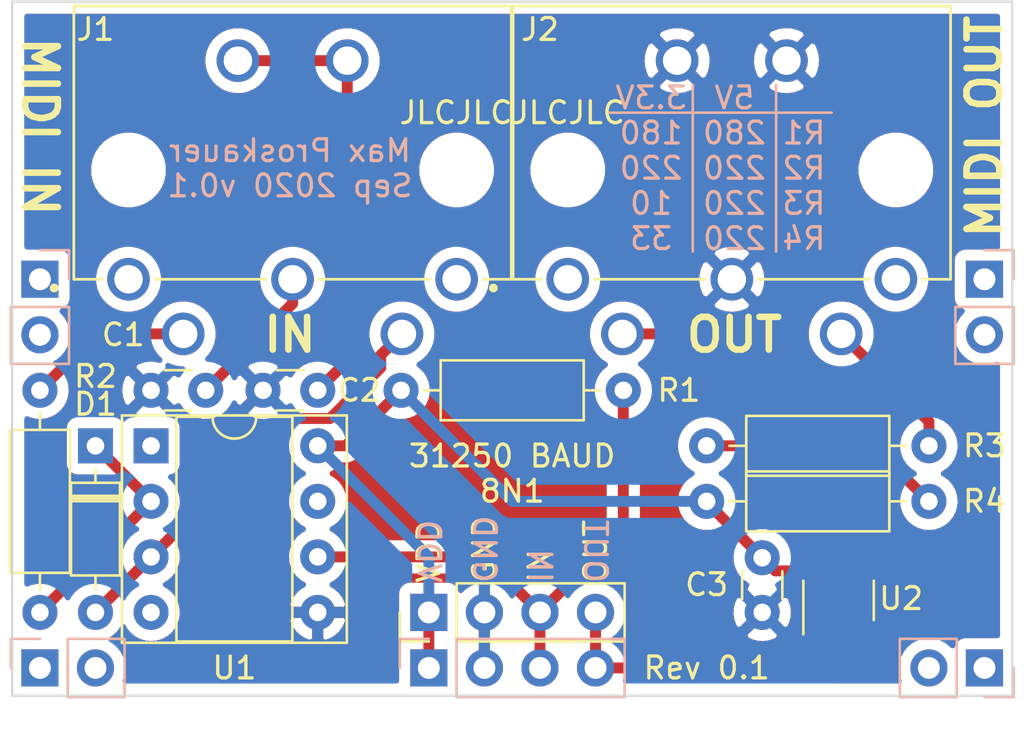
<source format=kicad_pcb>
(kicad_pcb (version 20171130) (host pcbnew "(5.1.4)-1")

  (general
    (thickness 1.6)
    (drawings 26)
    (tracks 45)
    (zones 0)
    (modules 18)
    (nets 20)
  )

  (page A4)
  (layers
    (0 F.Cu signal)
    (31 B.Cu signal)
    (32 B.Adhes user)
    (33 F.Adhes user)
    (34 B.Paste user)
    (35 F.Paste user)
    (36 B.SilkS user)
    (37 F.SilkS user)
    (38 B.Mask user)
    (39 F.Mask user)
    (40 Dwgs.User user)
    (41 Cmts.User user)
    (42 Eco1.User user)
    (43 Eco2.User user)
    (44 Edge.Cuts user)
    (45 Margin user)
    (46 B.CrtYd user)
    (47 F.CrtYd user)
    (48 B.Fab user)
    (49 F.Fab user)
  )

  (setup
    (last_trace_width 0.5)
    (trace_clearance 0.2)
    (zone_clearance 0.508)
    (zone_45_only no)
    (trace_min 0.2)
    (via_size 0.8)
    (via_drill 0.4)
    (via_min_size 0.4)
    (via_min_drill 0.3)
    (uvia_size 0.3)
    (uvia_drill 0.1)
    (uvias_allowed no)
    (uvia_min_size 0.2)
    (uvia_min_drill 0.1)
    (edge_width 0.05)
    (segment_width 0.2)
    (pcb_text_width 0.3)
    (pcb_text_size 1.5 1.5)
    (mod_edge_width 0.12)
    (mod_text_size 1 1)
    (mod_text_width 0.15)
    (pad_size 1.524 1.524)
    (pad_drill 0.762)
    (pad_to_mask_clearance 0.051)
    (solder_mask_min_width 0.25)
    (aux_axis_origin 0 0)
    (grid_origin 127 114.3)
    (visible_elements 7FFFFFFF)
    (pcbplotparams
      (layerselection 0x010fc_ffffffff)
      (usegerberextensions false)
      (usegerberattributes false)
      (usegerberadvancedattributes false)
      (creategerberjobfile false)
      (excludeedgelayer true)
      (linewidth 0.100000)
      (plotframeref false)
      (viasonmask false)
      (mode 1)
      (useauxorigin false)
      (hpglpennumber 1)
      (hpglpenspeed 20)
      (hpglpendiameter 15.000000)
      (psnegative false)
      (psa4output false)
      (plotreference true)
      (plotvalue true)
      (plotinvisibletext false)
      (padsonsilk false)
      (subtractmaskfromsilk false)
      (outputformat 1)
      (mirror false)
      (drillshape 0)
      (scaleselection 1)
      (outputdirectory "../gerber/"))
  )

  (net 0 "")
  (net 1 GND)
  (net 2 "Net-(C1-Pad1)")
  (net 3 "Net-(C2-Pad1)")
  (net 4 +5V)
  (net 5 "Net-(D1-Pad2)")
  (net 6 "Net-(D1-Pad1)")
  (net 7 "Net-(J1-Pad3)")
  (net 8 "Net-(J1-Pad1)")
  (net 9 "Net-(J1-Pad4)")
  (net 10 "Net-(J2-Pad3)")
  (net 11 "Net-(J2-Pad5)")
  (net 12 "Net-(J2-Pad1)")
  (net 13 "Net-(J2-Pad4)")
  (net 14 /MIDI_OUT)
  (net 15 /MIDI_IN)
  (net 16 "Net-(R3-Pad2)")
  (net 17 "Net-(U1-Pad4)")
  (net 18 "Net-(U1-Pad7)")
  (net 19 "Net-(U1-Pad1)")

  (net_class Default "This is the default net class."
    (clearance 0.2)
    (trace_width 0.5)
    (via_dia 0.8)
    (via_drill 0.4)
    (uvia_dia 0.3)
    (uvia_drill 0.1)
    (add_net +5V)
    (add_net /MIDI_IN)
    (add_net /MIDI_OUT)
    (add_net GND)
    (add_net "Net-(C1-Pad1)")
    (add_net "Net-(C2-Pad1)")
    (add_net "Net-(D1-Pad1)")
    (add_net "Net-(D1-Pad2)")
    (add_net "Net-(J1-Pad1)")
    (add_net "Net-(J1-Pad3)")
    (add_net "Net-(J1-Pad4)")
    (add_net "Net-(J2-Pad1)")
    (add_net "Net-(J2-Pad3)")
    (add_net "Net-(J2-Pad4)")
    (add_net "Net-(J2-Pad5)")
    (add_net "Net-(R3-Pad2)")
    (add_net "Net-(U1-Pad1)")
    (add_net "Net-(U1-Pad4)")
    (add_net "Net-(U1-Pad7)")
  )

  (module Connector_PinHeader_2.54mm:PinHeader_1x04_P2.54mm_Vertical (layer F.Cu) (tedit 59FED5CC) (tstamp 5F587E1E)
    (at 144.78 111.76 90)
    (descr "Through hole straight pin header, 1x04, 2.54mm pitch, single row")
    (tags "Through hole pin header THT 1x04 2.54mm single row")
    (path /5F5B0486)
    (fp_text reference J4 (at 0 -2.33 90) (layer F.SilkS) hide
      (effects (font (size 1 1) (thickness 0.15)))
    )
    (fp_text value Conn_01x04 (at -6.35 3.81 180) (layer F.Fab) hide
      (effects (font (size 1 1) (thickness 0.15)))
    )
    (fp_text user %R (at 0 3.81) (layer F.Fab)
      (effects (font (size 1 1) (thickness 0.15)))
    )
    (fp_line (start 1.8 -1.8) (end -1.8 -1.8) (layer F.CrtYd) (width 0.05))
    (fp_line (start 1.8 9.4) (end 1.8 -1.8) (layer F.CrtYd) (width 0.05))
    (fp_line (start -1.8 9.4) (end 1.8 9.4) (layer F.CrtYd) (width 0.05))
    (fp_line (start -1.8 -1.8) (end -1.8 9.4) (layer F.CrtYd) (width 0.05))
    (fp_line (start -1.33 -1.33) (end 0 -1.33) (layer F.SilkS) (width 0.12))
    (fp_line (start -1.33 0) (end -1.33 -1.33) (layer F.SilkS) (width 0.12))
    (fp_line (start -1.33 1.27) (end 1.33 1.27) (layer F.SilkS) (width 0.12))
    (fp_line (start 1.33 1.27) (end 1.33 8.95) (layer F.SilkS) (width 0.12))
    (fp_line (start -1.33 1.27) (end -1.33 8.95) (layer F.SilkS) (width 0.12))
    (fp_line (start -1.33 8.95) (end 1.33 8.95) (layer F.SilkS) (width 0.12))
    (fp_line (start -1.27 -0.635) (end -0.635 -1.27) (layer F.Fab) (width 0.1))
    (fp_line (start -1.27 8.89) (end -1.27 -0.635) (layer F.Fab) (width 0.1))
    (fp_line (start 1.27 8.89) (end -1.27 8.89) (layer F.Fab) (width 0.1))
    (fp_line (start 1.27 -1.27) (end 1.27 8.89) (layer F.Fab) (width 0.1))
    (fp_line (start -0.635 -1.27) (end 1.27 -1.27) (layer F.Fab) (width 0.1))
    (pad 4 thru_hole oval (at 0 7.62 90) (size 1.7 1.7) (drill 1) (layers *.Cu *.Mask)
      (net 14 /MIDI_OUT))
    (pad 3 thru_hole oval (at 0 5.08 90) (size 1.7 1.7) (drill 1) (layers *.Cu *.Mask)
      (net 15 /MIDI_IN))
    (pad 2 thru_hole oval (at 0 2.54 90) (size 1.7 1.7) (drill 1) (layers *.Cu *.Mask)
      (net 1 GND))
    (pad 1 thru_hole rect (at 0 0 90) (size 1.7 1.7) (drill 1) (layers *.Cu *.Mask)
      (net 4 +5V))
    (model ${KISYS3DMOD}/Connector_PinHeader_2.54mm.3dshapes/PinHeader_1x04_P2.54mm_Vertical.wrl
      (at (xyz 0 0 0))
      (scale (xyz 1 1 1))
      (rotate (xyz 0 0 0))
    )
  )

  (module Diode_THT:D_DO-35_SOD27_P7.62mm_Horizontal (layer F.Cu) (tedit 5AE50CD5) (tstamp 5F58D5DC)
    (at 129.54 104.14 270)
    (descr "Diode, DO-35_SOD27 series, Axial, Horizontal, pin pitch=7.62mm, , length*diameter=4*2mm^2, , http://www.diodes.com/_files/packages/DO-35.pdf")
    (tags "Diode DO-35_SOD27 series Axial Horizontal pin pitch 7.62mm  length 4mm diameter 2mm")
    (path /5F5C3D77)
    (fp_text reference D1 (at -1.905 0 180) (layer F.SilkS)
      (effects (font (size 1 1) (thickness 0.15)))
    )
    (fp_text value 1N914 (at 3.81 0 90) (layer F.Fab)
      (effects (font (size 1 1) (thickness 0.15)))
    )
    (fp_text user K (at 0 -1.8 90) (layer F.SilkS) hide
      (effects (font (size 1 1) (thickness 0.15)))
    )
    (fp_text user K (at 3.81 0 90) (layer F.Fab)
      (effects (font (size 1 1) (thickness 0.15)))
    )
    (fp_text user %R (at 4.11 0 90) (layer F.Fab)
      (effects (font (size 0.8 0.8) (thickness 0.12)))
    )
    (fp_line (start 8.67 -1.25) (end -1.05 -1.25) (layer F.CrtYd) (width 0.05))
    (fp_line (start 8.67 1.25) (end 8.67 -1.25) (layer F.CrtYd) (width 0.05))
    (fp_line (start -1.05 1.25) (end 8.67 1.25) (layer F.CrtYd) (width 0.05))
    (fp_line (start -1.05 -1.25) (end -1.05 1.25) (layer F.CrtYd) (width 0.05))
    (fp_line (start 2.29 -1.12) (end 2.29 1.12) (layer F.SilkS) (width 0.12))
    (fp_line (start 2.53 -1.12) (end 2.53 1.12) (layer F.SilkS) (width 0.12))
    (fp_line (start 2.41 -1.12) (end 2.41 1.12) (layer F.SilkS) (width 0.12))
    (fp_line (start 6.58 0) (end 5.93 0) (layer F.SilkS) (width 0.12))
    (fp_line (start 1.04 0) (end 1.69 0) (layer F.SilkS) (width 0.12))
    (fp_line (start 5.93 -1.12) (end 1.69 -1.12) (layer F.SilkS) (width 0.12))
    (fp_line (start 5.93 1.12) (end 5.93 -1.12) (layer F.SilkS) (width 0.12))
    (fp_line (start 1.69 1.12) (end 5.93 1.12) (layer F.SilkS) (width 0.12))
    (fp_line (start 1.69 -1.12) (end 1.69 1.12) (layer F.SilkS) (width 0.12))
    (fp_line (start 2.31 -1) (end 2.31 1) (layer F.Fab) (width 0.1))
    (fp_line (start 2.51 -1) (end 2.51 1) (layer F.Fab) (width 0.1))
    (fp_line (start 2.41 -1) (end 2.41 1) (layer F.Fab) (width 0.1))
    (fp_line (start 7.62 0) (end 5.81 0) (layer F.Fab) (width 0.1))
    (fp_line (start 0 0) (end 1.81 0) (layer F.Fab) (width 0.1))
    (fp_line (start 5.81 -1) (end 1.81 -1) (layer F.Fab) (width 0.1))
    (fp_line (start 5.81 1) (end 5.81 -1) (layer F.Fab) (width 0.1))
    (fp_line (start 1.81 1) (end 5.81 1) (layer F.Fab) (width 0.1))
    (fp_line (start 1.81 -1) (end 1.81 1) (layer F.Fab) (width 0.1))
    (pad 2 thru_hole oval (at 7.62 0 270) (size 1.6 1.6) (drill 0.8) (layers *.Cu *.Mask)
      (net 5 "Net-(D1-Pad2)"))
    (pad 1 thru_hole rect (at 0 0 270) (size 1.6 1.6) (drill 0.8) (layers *.Cu *.Mask)
      (net 6 "Net-(D1-Pad1)"))
    (model ${KISYS3DMOD}/Diode_THT.3dshapes/D_DO-35_SOD27_P7.62mm_Horizontal.wrl
      (at (xyz 0 0 0))
      (scale (xyz 1 1 1))
      (rotate (xyz 0 0 0))
    )
  )

  (module Package_DIP:DIP-8_W7.62mm_Socket (layer F.Cu) (tedit 5A02E8C5) (tstamp 5F589CDF)
    (at 132.08 104.14)
    (descr "8-lead though-hole mounted DIP package, row spacing 7.62 mm (300 mils), Socket")
    (tags "THT DIP DIL PDIP 2.54mm 7.62mm 300mil Socket")
    (path /5F58E905)
    (fp_text reference U1 (at 3.81 10.16) (layer F.SilkS)
      (effects (font (size 1 1) (thickness 0.15)))
    )
    (fp_text value 6N138 (at 3.81 5.08) (layer F.Fab)
      (effects (font (size 1 1) (thickness 0.15)))
    )
    (fp_text user %R (at 3.81 3.81) (layer F.Fab)
      (effects (font (size 1 1) (thickness 0.15)))
    )
    (fp_line (start 9.15 -1.6) (end -1.55 -1.6) (layer F.CrtYd) (width 0.05))
    (fp_line (start 9.15 9.2) (end 9.15 -1.6) (layer F.CrtYd) (width 0.05))
    (fp_line (start -1.55 9.2) (end 9.15 9.2) (layer F.CrtYd) (width 0.05))
    (fp_line (start -1.55 -1.6) (end -1.55 9.2) (layer F.CrtYd) (width 0.05))
    (fp_line (start 8.95 -1.39) (end -1.33 -1.39) (layer F.SilkS) (width 0.12))
    (fp_line (start 8.95 9.01) (end 8.95 -1.39) (layer F.SilkS) (width 0.12))
    (fp_line (start -1.33 9.01) (end 8.95 9.01) (layer F.SilkS) (width 0.12))
    (fp_line (start -1.33 -1.39) (end -1.33 9.01) (layer F.SilkS) (width 0.12))
    (fp_line (start 6.46 -1.33) (end 4.81 -1.33) (layer F.SilkS) (width 0.12))
    (fp_line (start 6.46 8.95) (end 6.46 -1.33) (layer F.SilkS) (width 0.12))
    (fp_line (start 1.16 8.95) (end 6.46 8.95) (layer F.SilkS) (width 0.12))
    (fp_line (start 1.16 -1.33) (end 1.16 8.95) (layer F.SilkS) (width 0.12))
    (fp_line (start 2.81 -1.33) (end 1.16 -1.33) (layer F.SilkS) (width 0.12))
    (fp_line (start 8.89 -1.33) (end -1.27 -1.33) (layer F.Fab) (width 0.1))
    (fp_line (start 8.89 8.95) (end 8.89 -1.33) (layer F.Fab) (width 0.1))
    (fp_line (start -1.27 8.95) (end 8.89 8.95) (layer F.Fab) (width 0.1))
    (fp_line (start -1.27 -1.33) (end -1.27 8.95) (layer F.Fab) (width 0.1))
    (fp_line (start 0.635 -0.27) (end 1.635 -1.27) (layer F.Fab) (width 0.1))
    (fp_line (start 0.635 8.89) (end 0.635 -0.27) (layer F.Fab) (width 0.1))
    (fp_line (start 6.985 8.89) (end 0.635 8.89) (layer F.Fab) (width 0.1))
    (fp_line (start 6.985 -1.27) (end 6.985 8.89) (layer F.Fab) (width 0.1))
    (fp_line (start 1.635 -1.27) (end 6.985 -1.27) (layer F.Fab) (width 0.1))
    (fp_arc (start 3.81 -1.33) (end 2.81 -1.33) (angle -180) (layer F.SilkS) (width 0.12))
    (pad 8 thru_hole oval (at 7.62 0) (size 1.6 1.6) (drill 0.8) (layers *.Cu *.Mask)
      (net 4 +5V))
    (pad 4 thru_hole oval (at 0 7.62) (size 1.6 1.6) (drill 0.8) (layers *.Cu *.Mask)
      (net 17 "Net-(U1-Pad4)"))
    (pad 7 thru_hole oval (at 7.62 2.54) (size 1.6 1.6) (drill 0.8) (layers *.Cu *.Mask)
      (net 18 "Net-(U1-Pad7)"))
    (pad 3 thru_hole oval (at 0 5.08) (size 1.6 1.6) (drill 0.8) (layers *.Cu *.Mask)
      (net 5 "Net-(D1-Pad2)"))
    (pad 6 thru_hole oval (at 7.62 5.08) (size 1.6 1.6) (drill 0.8) (layers *.Cu *.Mask)
      (net 15 /MIDI_IN))
    (pad 2 thru_hole oval (at 0 2.54) (size 1.6 1.6) (drill 0.8) (layers *.Cu *.Mask)
      (net 6 "Net-(D1-Pad1)"))
    (pad 5 thru_hole oval (at 7.62 7.62) (size 1.6 1.6) (drill 0.8) (layers *.Cu *.Mask)
      (net 1 GND))
    (pad 1 thru_hole rect (at 0 0) (size 1.6 1.6) (drill 0.8) (layers *.Cu *.Mask)
      (net 19 "Net-(U1-Pad1)"))
    (model ${KISYS3DMOD}/Package_DIP.3dshapes/DIP-8_W7.62mm_Socket.wrl
      (at (xyz 0 0 0))
      (scale (xyz 1 1 1))
      (rotate (xyz 0 0 0))
    )
  )

  (module Connector_PinHeader_2.54mm:PinHeader_1x02_P2.54mm_Vertical (layer B.Cu) (tedit 59FED5CC) (tstamp 5F589215)
    (at 127 114.3 270)
    (descr "Through hole straight pin header, 1x02, 2.54mm pitch, single row")
    (tags "Through hole pin header THT 1x02 2.54mm single row")
    (fp_text reference REF** (at 0 5.08 90) (layer B.SilkS) hide
      (effects (font (size 1 1) (thickness 0.15)) (justify mirror))
    )
    (fp_text value " " (at 0 -4.87 90) (layer B.Fab)
      (effects (font (size 1 1) (thickness 0.15)) (justify mirror))
    )
    (fp_text user %R (at 0 -2.54 180) (layer B.Fab)
      (effects (font (size 1 1) (thickness 0.15)) (justify mirror))
    )
    (fp_line (start 1.8 1.8) (end -1.8 1.8) (layer B.CrtYd) (width 0.05))
    (fp_line (start 1.8 -4.35) (end 1.8 1.8) (layer B.CrtYd) (width 0.05))
    (fp_line (start -1.8 -4.35) (end 1.8 -4.35) (layer B.CrtYd) (width 0.05))
    (fp_line (start -1.8 1.8) (end -1.8 -4.35) (layer B.CrtYd) (width 0.05))
    (fp_line (start -1.33 1.33) (end 0 1.33) (layer B.SilkS) (width 0.12))
    (fp_line (start -1.33 0) (end -1.33 1.33) (layer B.SilkS) (width 0.12))
    (fp_line (start -1.33 -1.27) (end 1.33 -1.27) (layer B.SilkS) (width 0.12))
    (fp_line (start 1.33 -1.27) (end 1.33 -3.87) (layer B.SilkS) (width 0.12))
    (fp_line (start -1.33 -1.27) (end -1.33 -3.87) (layer B.SilkS) (width 0.12))
    (fp_line (start -1.33 -3.87) (end 1.33 -3.87) (layer B.SilkS) (width 0.12))
    (fp_line (start -1.27 0.635) (end -0.635 1.27) (layer B.Fab) (width 0.1))
    (fp_line (start -1.27 -3.81) (end -1.27 0.635) (layer B.Fab) (width 0.1))
    (fp_line (start 1.27 -3.81) (end -1.27 -3.81) (layer B.Fab) (width 0.1))
    (fp_line (start 1.27 1.27) (end 1.27 -3.81) (layer B.Fab) (width 0.1))
    (fp_line (start -0.635 1.27) (end 1.27 1.27) (layer B.Fab) (width 0.1))
    (pad 2 thru_hole oval (at 0 -2.54 270) (size 1.7 1.7) (drill 1) (layers *.Cu *.Mask))
    (pad 1 thru_hole rect (at 0 0 270) (size 1.7 1.7) (drill 1) (layers *.Cu *.Mask))
    (model ${KISYS3DMOD}/Connector_PinHeader_2.54mm.3dshapes/PinHeader_1x02_P2.54mm_Vertical.wrl
      (at (xyz 0 0 0))
      (scale (xyz 1 1 1))
      (rotate (xyz 0 0 0))
    )
  )

  (module Connector_PinHeader_2.54mm:PinHeader_1x02_P2.54mm_Vertical (layer B.Cu) (tedit 59FED5CC) (tstamp 5F588D4F)
    (at 127 96.52 180)
    (descr "Through hole straight pin header, 1x02, 2.54mm pitch, single row")
    (tags "Through hole pin header THT 1x02 2.54mm single row")
    (fp_text reference REF** (at 5.08 -1.27 90) (layer B.SilkS) hide
      (effects (font (size 1 1) (thickness 0.15)) (justify mirror))
    )
    (fp_text value " " (at 1.27 -4.87) (layer B.Fab)
      (effects (font (size 1 1) (thickness 0.15)) (justify mirror))
    )
    (fp_line (start -0.635 1.27) (end 1.27 1.27) (layer B.Fab) (width 0.1))
    (fp_line (start 1.27 1.27) (end 1.27 -3.81) (layer B.Fab) (width 0.1))
    (fp_line (start 1.27 -3.81) (end -1.27 -3.81) (layer B.Fab) (width 0.1))
    (fp_line (start -1.27 -3.81) (end -1.27 0.635) (layer B.Fab) (width 0.1))
    (fp_line (start -1.27 0.635) (end -0.635 1.27) (layer B.Fab) (width 0.1))
    (fp_line (start -1.33 -3.87) (end 1.33 -3.87) (layer B.SilkS) (width 0.12))
    (fp_line (start -1.33 -1.27) (end -1.33 -3.87) (layer B.SilkS) (width 0.12))
    (fp_line (start 1.33 -1.27) (end 1.33 -3.87) (layer B.SilkS) (width 0.12))
    (fp_line (start -1.33 -1.27) (end 1.33 -1.27) (layer B.SilkS) (width 0.12))
    (fp_line (start -1.33 0) (end -1.33 1.33) (layer B.SilkS) (width 0.12))
    (fp_line (start -1.33 1.33) (end 0 1.33) (layer B.SilkS) (width 0.12))
    (fp_line (start -1.8 1.8) (end -1.8 -4.35) (layer B.CrtYd) (width 0.05))
    (fp_line (start -1.8 -4.35) (end 1.8 -4.35) (layer B.CrtYd) (width 0.05))
    (fp_line (start 1.8 -4.35) (end 1.8 1.8) (layer B.CrtYd) (width 0.05))
    (fp_line (start 1.8 1.8) (end -1.8 1.8) (layer B.CrtYd) (width 0.05))
    (fp_text user %R (at 0 -1.27 270) (layer B.Fab)
      (effects (font (size 1 1) (thickness 0.15)) (justify mirror))
    )
    (pad 1 thru_hole rect (at 0 0 180) (size 1.7 1.7) (drill 1) (layers *.Cu *.Mask))
    (pad 2 thru_hole oval (at 0 -2.54 180) (size 1.7 1.7) (drill 1) (layers *.Cu *.Mask))
    (model ${KISYS3DMOD}/Connector_PinHeader_2.54mm.3dshapes/PinHeader_1x02_P2.54mm_Vertical.wrl
      (at (xyz 0 0 0))
      (scale (xyz 1 1 1))
      (rotate (xyz 0 0 0))
    )
  )

  (module breadboard_midi:CUI_SDS-50J (layer F.Cu) (tedit 5F57E507) (tstamp 5F587DEE)
    (at 158.63 96.52 180)
    (path /5F5E20A2)
    (fp_text reference J2 (at 8.77 11.43) (layer F.SilkS)
      (effects (font (size 1 1) (thickness 0.15)))
    )
    (fp_text value "MIDI OUT" (at -0.12 11.43) (layer F.Fab)
      (effects (font (size 1.001465 1.001465) (thickness 0.015)))
    )
    (fp_line (start 10 0) (end -10 0) (layer F.Fab) (width 0.127))
    (fp_line (start 10 12.5) (end 10 0) (layer F.Fab) (width 0.127))
    (fp_line (start -10 12.5) (end 10 12.5) (layer F.Fab) (width 0.127))
    (fp_line (start -10 0) (end -10 12.5) (layer F.Fab) (width 0.127))
    (fp_line (start 10 0) (end 8.7 0) (layer F.SilkS) (width 0.127))
    (fp_line (start 1.2 0) (end 6.3 0) (layer F.SilkS) (width 0.127))
    (fp_line (start -6.3 0) (end -1.2 0) (layer F.SilkS) (width 0.127))
    (fp_line (start -10 0) (end -8.7 0) (layer F.SilkS) (width 0.127))
    (fp_circle (center 10.9 -0.4) (end 11 -0.4) (layer F.Fab) (width 0.2))
    (fp_circle (center 10.9 -0.4) (end 11 -0.4) (layer F.SilkS) (width 0.2))
    (fp_line (start 10.25 12.75) (end -10.25 12.75) (layer F.CrtYd) (width 0.05))
    (fp_line (start 10.25 -3.75) (end 10.25 12.75) (layer F.CrtYd) (width 0.05))
    (fp_line (start -10.25 -3.75) (end 10.25 -3.75) (layer F.CrtYd) (width 0.05))
    (fp_line (start -10.25 12.75) (end -10.25 -3.75) (layer F.CrtYd) (width 0.05))
    (fp_line (start 10 12.5) (end 10 0) (layer F.SilkS) (width 0.127))
    (fp_line (start -10 12.5) (end 10 12.5) (layer F.SilkS) (width 0.127))
    (fp_line (start -10 0) (end -10 12.5) (layer F.SilkS) (width 0.127))
    (pad None np_thru_hole circle (at 7.5 5 180) (size 2.4 2.4) (drill 2.4) (layers *.Cu *.Mask))
    (pad None np_thru_hole circle (at -7.5 5 180) (size 2.4 2.4) (drill 2.4) (layers *.Cu *.Mask))
    (pad S2 thru_hole circle (at 2.5 10 180) (size 1.95 1.95) (drill 1.3) (layers *.Cu *.Mask)
      (net 1 GND))
    (pad S1 thru_hole circle (at -2.5 10 180) (size 1.95 1.95) (drill 1.3) (layers *.Cu *.Mask)
      (net 1 GND))
    (pad 3 thru_hole circle (at -7.5 0 180) (size 1.95 1.95) (drill 1.3) (layers *.Cu *.Mask)
      (net 10 "Net-(J2-Pad3)"))
    (pad 5 thru_hole circle (at -5 -2.5 180) (size 1.95 1.95) (drill 1.3) (layers *.Cu *.Mask)
      (net 11 "Net-(J2-Pad5)"))
    (pad 1 thru_hole circle (at 7.5 0 180) (size 1.95 1.95) (drill 1.3) (layers *.Cu *.Mask)
      (net 12 "Net-(J2-Pad1)"))
    (pad 4 thru_hole circle (at 5 -2.5 180) (size 1.95 1.95) (drill 1.3) (layers *.Cu *.Mask)
      (net 13 "Net-(J2-Pad4)"))
    (pad 2 thru_hole circle (at 0 0 180) (size 1.95 1.95) (drill 1.3) (layers *.Cu *.Mask)
      (net 1 GND))
  )

  (module Connector_PinHeader_2.54mm:PinHeader_1x02_P2.54mm_Vertical (layer B.Cu) (tedit 59FED5CC) (tstamp 5F588205)
    (at 170.18 114.3 90)
    (descr "Through hole straight pin header, 1x02, 2.54mm pitch, single row")
    (tags "Through hole pin header THT 1x02 2.54mm single row")
    (fp_text reference REF** (at 0 5.08 90) (layer B.SilkS) hide
      (effects (font (size 1 1) (thickness 0.15)) (justify mirror))
    )
    (fp_text value " " (at 0 -4.87 90) (layer B.Fab)
      (effects (font (size 1 1) (thickness 0.15)) (justify mirror))
    )
    (fp_line (start -0.635 1.27) (end 1.27 1.27) (layer B.Fab) (width 0.1))
    (fp_line (start 1.27 1.27) (end 1.27 -3.81) (layer B.Fab) (width 0.1))
    (fp_line (start 1.27 -3.81) (end -1.27 -3.81) (layer B.Fab) (width 0.1))
    (fp_line (start -1.27 -3.81) (end -1.27 0.635) (layer B.Fab) (width 0.1))
    (fp_line (start -1.27 0.635) (end -0.635 1.27) (layer B.Fab) (width 0.1))
    (fp_line (start -1.33 -3.87) (end 1.33 -3.87) (layer B.SilkS) (width 0.12))
    (fp_line (start -1.33 -1.27) (end -1.33 -3.87) (layer B.SilkS) (width 0.12))
    (fp_line (start 1.33 -1.27) (end 1.33 -3.87) (layer B.SilkS) (width 0.12))
    (fp_line (start -1.33 -1.27) (end 1.33 -1.27) (layer B.SilkS) (width 0.12))
    (fp_line (start -1.33 0) (end -1.33 1.33) (layer B.SilkS) (width 0.12))
    (fp_line (start -1.33 1.33) (end 0 1.33) (layer B.SilkS) (width 0.12))
    (fp_line (start -1.8 1.8) (end -1.8 -4.35) (layer B.CrtYd) (width 0.05))
    (fp_line (start -1.8 -4.35) (end 1.8 -4.35) (layer B.CrtYd) (width 0.05))
    (fp_line (start 1.8 -4.35) (end 1.8 1.8) (layer B.CrtYd) (width 0.05))
    (fp_line (start 1.8 1.8) (end -1.8 1.8) (layer B.CrtYd) (width 0.05))
    (fp_text user %R (at 0 -2.54 180) (layer B.Fab)
      (effects (font (size 1 1) (thickness 0.15)) (justify mirror))
    )
    (pad 1 thru_hole rect (at 0 0 90) (size 1.7 1.7) (drill 1) (layers *.Cu *.Mask))
    (pad 2 thru_hole oval (at 0 -2.54 90) (size 1.7 1.7) (drill 1) (layers *.Cu *.Mask))
    (model ${KISYS3DMOD}/Connector_PinHeader_2.54mm.3dshapes/PinHeader_1x02_P2.54mm_Vertical.wrl
      (at (xyz 0 0 0))
      (scale (xyz 1 1 1))
      (rotate (xyz 0 0 0))
    )
  )

  (module Connector_PinHeader_2.54mm:PinHeader_1x02_P2.54mm_Vertical (layer B.Cu) (tedit 59FED5CC) (tstamp 5F5881AE)
    (at 170.18 96.52 180)
    (descr "Through hole straight pin header, 1x02, 2.54mm pitch, single row")
    (tags "Through hole pin header THT 1x02 2.54mm single row")
    (fp_text reference REF** (at -5.08 -1.27 90) (layer B.SilkS) hide
      (effects (font (size 1 1) (thickness 0.15)) (justify mirror))
    )
    (fp_text value " " (at 0 -4.87) (layer B.Fab)
      (effects (font (size 1 1) (thickness 0.15)) (justify mirror))
    )
    (fp_text user %R (at 0 -1.27 270) (layer B.Fab)
      (effects (font (size 1 1) (thickness 0.15)) (justify mirror))
    )
    (fp_line (start 1.8 1.8) (end -1.8 1.8) (layer B.CrtYd) (width 0.05))
    (fp_line (start 1.8 -4.35) (end 1.8 1.8) (layer B.CrtYd) (width 0.05))
    (fp_line (start -1.8 -4.35) (end 1.8 -4.35) (layer B.CrtYd) (width 0.05))
    (fp_line (start -1.8 1.8) (end -1.8 -4.35) (layer B.CrtYd) (width 0.05))
    (fp_line (start -1.33 1.33) (end 0 1.33) (layer B.SilkS) (width 0.12))
    (fp_line (start -1.33 0) (end -1.33 1.33) (layer B.SilkS) (width 0.12))
    (fp_line (start -1.33 -1.27) (end 1.33 -1.27) (layer B.SilkS) (width 0.12))
    (fp_line (start 1.33 -1.27) (end 1.33 -3.87) (layer B.SilkS) (width 0.12))
    (fp_line (start -1.33 -1.27) (end -1.33 -3.87) (layer B.SilkS) (width 0.12))
    (fp_line (start -1.33 -3.87) (end 1.33 -3.87) (layer B.SilkS) (width 0.12))
    (fp_line (start -1.27 0.635) (end -0.635 1.27) (layer B.Fab) (width 0.1))
    (fp_line (start -1.27 -3.81) (end -1.27 0.635) (layer B.Fab) (width 0.1))
    (fp_line (start 1.27 -3.81) (end -1.27 -3.81) (layer B.Fab) (width 0.1))
    (fp_line (start 1.27 1.27) (end 1.27 -3.81) (layer B.Fab) (width 0.1))
    (fp_line (start -0.635 1.27) (end 1.27 1.27) (layer B.Fab) (width 0.1))
    (pad 2 thru_hole oval (at 0 -2.54 180) (size 1.7 1.7) (drill 1) (layers *.Cu *.Mask))
    (pad 1 thru_hole rect (at 0 0 180) (size 1.7 1.7) (drill 1) (layers *.Cu *.Mask))
    (model ${KISYS3DMOD}/Connector_PinHeader_2.54mm.3dshapes/PinHeader_1x02_P2.54mm_Vertical.wrl
      (at (xyz 0 0 0))
      (scale (xyz 1 1 1))
      (rotate (xyz 0 0 0))
    )
  )

  (module Package_TO_SOT_SMD:SOT-23-5_HandSoldering (layer F.Cu) (tedit 5A0AB76C) (tstamp 5F587EB3)
    (at 163.51 111.21 90)
    (descr "5-pin SOT23 package")
    (tags "SOT-23-5 hand-soldering")
    (path /5F58FEA0)
    (attr smd)
    (fp_text reference U2 (at 0.085 2.86 180) (layer F.SilkS)
      (effects (font (size 1 1) (thickness 0.15)))
    )
    (fp_text value 74LVC1G125 (at -5.63 -0.95 180) (layer F.Fab)
      (effects (font (size 1 1) (thickness 0.15)))
    )
    (fp_line (start 2.38 1.8) (end -2.38 1.8) (layer F.CrtYd) (width 0.05))
    (fp_line (start 2.38 1.8) (end 2.38 -1.8) (layer F.CrtYd) (width 0.05))
    (fp_line (start -2.38 -1.8) (end -2.38 1.8) (layer F.CrtYd) (width 0.05))
    (fp_line (start -2.38 -1.8) (end 2.38 -1.8) (layer F.CrtYd) (width 0.05))
    (fp_line (start 0.9 -1.55) (end 0.9 1.55) (layer F.Fab) (width 0.1))
    (fp_line (start 0.9 1.55) (end -0.9 1.55) (layer F.Fab) (width 0.1))
    (fp_line (start -0.9 -0.9) (end -0.9 1.55) (layer F.Fab) (width 0.1))
    (fp_line (start 0.9 -1.55) (end -0.25 -1.55) (layer F.Fab) (width 0.1))
    (fp_line (start -0.9 -0.9) (end -0.25 -1.55) (layer F.Fab) (width 0.1))
    (fp_line (start 0.9 -1.61) (end -1.55 -1.61) (layer F.SilkS) (width 0.12))
    (fp_line (start -0.9 1.61) (end 0.9 1.61) (layer F.SilkS) (width 0.12))
    (fp_text user %R (at 0 0) (layer F.Fab)
      (effects (font (size 0.5 0.5) (thickness 0.075)))
    )
    (pad 5 smd rect (at 1.35 -0.95 90) (size 1.56 0.65) (layers F.Cu F.Paste F.Mask)
      (net 4 +5V))
    (pad 4 smd rect (at 1.35 0.95 90) (size 1.56 0.65) (layers F.Cu F.Paste F.Mask)
      (net 16 "Net-(R3-Pad2)"))
    (pad 3 smd rect (at -1.35 0.95 90) (size 1.56 0.65) (layers F.Cu F.Paste F.Mask)
      (net 1 GND))
    (pad 2 smd rect (at -1.35 0 90) (size 1.56 0.65) (layers F.Cu F.Paste F.Mask)
      (net 14 /MIDI_OUT))
    (pad 1 smd rect (at -1.35 -0.95 90) (size 1.56 0.65) (layers F.Cu F.Paste F.Mask)
      (net 1 GND))
    (model ${KISYS3DMOD}/Package_TO_SOT_SMD.3dshapes/SOT-23-5.wrl
      (at (xyz 0 0 0))
      (scale (xyz 1 1 1))
      (rotate (xyz 0 0 0))
    )
  )

  (module Resistor_THT:R_Axial_DIN0207_L6.3mm_D2.5mm_P10.16mm_Horizontal (layer F.Cu) (tedit 5AE5139B) (tstamp 5F58A183)
    (at 157.48 106.68)
    (descr "Resistor, Axial_DIN0207 series, Axial, Horizontal, pin pitch=10.16mm, 0.25W = 1/4W, length*diameter=6.3*2.5mm^2, http://cdn-reichelt.de/documents/datenblatt/B400/1_4W%23YAG.pdf")
    (tags "Resistor Axial_DIN0207 series Axial Horizontal pin pitch 10.16mm 0.25W = 1/4W length 6.3mm diameter 2.5mm")
    (path /5F57EC39)
    (fp_text reference R4 (at 12.7 0) (layer F.SilkS)
      (effects (font (size 1 1) (thickness 0.15)))
    )
    (fp_text value 220 (at 5.08 0) (layer F.Fab)
      (effects (font (size 1 1) (thickness 0.15)))
    )
    (fp_text user %R (at 5.08 0) (layer F.Fab)
      (effects (font (size 1 1) (thickness 0.15)))
    )
    (fp_line (start 11.21 -1.5) (end -1.05 -1.5) (layer F.CrtYd) (width 0.05))
    (fp_line (start 11.21 1.5) (end 11.21 -1.5) (layer F.CrtYd) (width 0.05))
    (fp_line (start -1.05 1.5) (end 11.21 1.5) (layer F.CrtYd) (width 0.05))
    (fp_line (start -1.05 -1.5) (end -1.05 1.5) (layer F.CrtYd) (width 0.05))
    (fp_line (start 9.12 0) (end 8.35 0) (layer F.SilkS) (width 0.12))
    (fp_line (start 1.04 0) (end 1.81 0) (layer F.SilkS) (width 0.12))
    (fp_line (start 8.35 -1.37) (end 1.81 -1.37) (layer F.SilkS) (width 0.12))
    (fp_line (start 8.35 1.37) (end 8.35 -1.37) (layer F.SilkS) (width 0.12))
    (fp_line (start 1.81 1.37) (end 8.35 1.37) (layer F.SilkS) (width 0.12))
    (fp_line (start 1.81 -1.37) (end 1.81 1.37) (layer F.SilkS) (width 0.12))
    (fp_line (start 10.16 0) (end 8.23 0) (layer F.Fab) (width 0.1))
    (fp_line (start 0 0) (end 1.93 0) (layer F.Fab) (width 0.1))
    (fp_line (start 8.23 -1.25) (end 1.93 -1.25) (layer F.Fab) (width 0.1))
    (fp_line (start 8.23 1.25) (end 8.23 -1.25) (layer F.Fab) (width 0.1))
    (fp_line (start 1.93 1.25) (end 8.23 1.25) (layer F.Fab) (width 0.1))
    (fp_line (start 1.93 -1.25) (end 1.93 1.25) (layer F.Fab) (width 0.1))
    (pad 2 thru_hole oval (at 10.16 0) (size 1.6 1.6) (drill 0.8) (layers *.Cu *.Mask)
      (net 13 "Net-(J2-Pad4)"))
    (pad 1 thru_hole circle (at 0 0) (size 1.6 1.6) (drill 0.8) (layers *.Cu *.Mask)
      (net 4 +5V))
    (model ${KISYS3DMOD}/Resistor_THT.3dshapes/R_Axial_DIN0207_L6.3mm_D2.5mm_P10.16mm_Horizontal.wrl
      (at (xyz 0 0 0))
      (scale (xyz 1 1 1))
      (rotate (xyz 0 0 0))
    )
  )

  (module Resistor_THT:R_Axial_DIN0207_L6.3mm_D2.5mm_P10.16mm_Horizontal (layer F.Cu) (tedit 5AE5139B) (tstamp 5F58A141)
    (at 167.64 104.14 180)
    (descr "Resistor, Axial_DIN0207 series, Axial, Horizontal, pin pitch=10.16mm, 0.25W = 1/4W, length*diameter=6.3*2.5mm^2, http://cdn-reichelt.de/documents/datenblatt/B400/1_4W%23YAG.pdf")
    (tags "Resistor Axial_DIN0207 series Axial Horizontal pin pitch 10.16mm 0.25W = 1/4W length 6.3mm diameter 2.5mm")
    (path /5F58D680)
    (fp_text reference R3 (at -2.54 0) (layer F.SilkS)
      (effects (font (size 1 1) (thickness 0.15)))
    )
    (fp_text value 220 (at 5.08 0) (layer F.Fab)
      (effects (font (size 1 1) (thickness 0.15)))
    )
    (fp_text user %R (at 5.08 0) (layer F.Fab)
      (effects (font (size 1 1) (thickness 0.15)))
    )
    (fp_line (start 11.21 -1.5) (end -1.05 -1.5) (layer F.CrtYd) (width 0.05))
    (fp_line (start 11.21 1.5) (end 11.21 -1.5) (layer F.CrtYd) (width 0.05))
    (fp_line (start -1.05 1.5) (end 11.21 1.5) (layer F.CrtYd) (width 0.05))
    (fp_line (start -1.05 -1.5) (end -1.05 1.5) (layer F.CrtYd) (width 0.05))
    (fp_line (start 9.12 0) (end 8.35 0) (layer F.SilkS) (width 0.12))
    (fp_line (start 1.04 0) (end 1.81 0) (layer F.SilkS) (width 0.12))
    (fp_line (start 8.35 -1.37) (end 1.81 -1.37) (layer F.SilkS) (width 0.12))
    (fp_line (start 8.35 1.37) (end 8.35 -1.37) (layer F.SilkS) (width 0.12))
    (fp_line (start 1.81 1.37) (end 8.35 1.37) (layer F.SilkS) (width 0.12))
    (fp_line (start 1.81 -1.37) (end 1.81 1.37) (layer F.SilkS) (width 0.12))
    (fp_line (start 10.16 0) (end 8.23 0) (layer F.Fab) (width 0.1))
    (fp_line (start 0 0) (end 1.93 0) (layer F.Fab) (width 0.1))
    (fp_line (start 8.23 -1.25) (end 1.93 -1.25) (layer F.Fab) (width 0.1))
    (fp_line (start 8.23 1.25) (end 8.23 -1.25) (layer F.Fab) (width 0.1))
    (fp_line (start 1.93 1.25) (end 8.23 1.25) (layer F.Fab) (width 0.1))
    (fp_line (start 1.93 -1.25) (end 1.93 1.25) (layer F.Fab) (width 0.1))
    (pad 2 thru_hole oval (at 10.16 0 180) (size 1.6 1.6) (drill 0.8) (layers *.Cu *.Mask)
      (net 16 "Net-(R3-Pad2)"))
    (pad 1 thru_hole circle (at 0 0 180) (size 1.6 1.6) (drill 0.8) (layers *.Cu *.Mask)
      (net 11 "Net-(J2-Pad5)"))
    (model ${KISYS3DMOD}/Resistor_THT.3dshapes/R_Axial_DIN0207_L6.3mm_D2.5mm_P10.16mm_Horizontal.wrl
      (at (xyz 0 0 0))
      (scale (xyz 1 1 1))
      (rotate (xyz 0 0 0))
    )
  )

  (module Resistor_THT:R_Axial_DIN0207_L6.3mm_D2.5mm_P10.16mm_Horizontal (layer F.Cu) (tedit 5AE5139B) (tstamp 5F587E4C)
    (at 127 111.76 90)
    (descr "Resistor, Axial_DIN0207 series, Axial, Horizontal, pin pitch=10.16mm, 0.25W = 1/4W, length*diameter=6.3*2.5mm^2, http://cdn-reichelt.de/documents/datenblatt/B400/1_4W%23YAG.pdf")
    (tags "Resistor Axial_DIN0207 series Axial Horizontal pin pitch 10.16mm 0.25W = 1/4W length 6.3mm diameter 2.5mm")
    (path /5F5BC19B)
    (fp_text reference R2 (at 10.795 2.54) (layer F.SilkS)
      (effects (font (size 1 1) (thickness 0.15)))
    )
    (fp_text value 220 (at 5.08 0 90) (layer F.Fab)
      (effects (font (size 1 1) (thickness 0.15)))
    )
    (fp_text user %R (at 5.08 0 90) (layer F.Fab)
      (effects (font (size 1 1) (thickness 0.15)))
    )
    (fp_line (start 11.21 -1.5) (end -1.05 -1.5) (layer F.CrtYd) (width 0.05))
    (fp_line (start 11.21 1.5) (end 11.21 -1.5) (layer F.CrtYd) (width 0.05))
    (fp_line (start -1.05 1.5) (end 11.21 1.5) (layer F.CrtYd) (width 0.05))
    (fp_line (start -1.05 -1.5) (end -1.05 1.5) (layer F.CrtYd) (width 0.05))
    (fp_line (start 9.12 0) (end 8.35 0) (layer F.SilkS) (width 0.12))
    (fp_line (start 1.04 0) (end 1.81 0) (layer F.SilkS) (width 0.12))
    (fp_line (start 8.35 -1.37) (end 1.81 -1.37) (layer F.SilkS) (width 0.12))
    (fp_line (start 8.35 1.37) (end 8.35 -1.37) (layer F.SilkS) (width 0.12))
    (fp_line (start 1.81 1.37) (end 8.35 1.37) (layer F.SilkS) (width 0.12))
    (fp_line (start 1.81 -1.37) (end 1.81 1.37) (layer F.SilkS) (width 0.12))
    (fp_line (start 10.16 0) (end 8.23 0) (layer F.Fab) (width 0.1))
    (fp_line (start 0 0) (end 1.93 0) (layer F.Fab) (width 0.1))
    (fp_line (start 8.23 -1.25) (end 1.93 -1.25) (layer F.Fab) (width 0.1))
    (fp_line (start 8.23 1.25) (end 8.23 -1.25) (layer F.Fab) (width 0.1))
    (fp_line (start 1.93 1.25) (end 8.23 1.25) (layer F.Fab) (width 0.1))
    (fp_line (start 1.93 -1.25) (end 1.93 1.25) (layer F.Fab) (width 0.1))
    (pad 2 thru_hole oval (at 10.16 0 90) (size 1.6 1.6) (drill 0.8) (layers *.Cu *.Mask)
      (net 9 "Net-(J1-Pad4)"))
    (pad 1 thru_hole circle (at 0 0 90) (size 1.6 1.6) (drill 0.8) (layers *.Cu *.Mask)
      (net 6 "Net-(D1-Pad1)"))
    (model ${KISYS3DMOD}/Resistor_THT.3dshapes/R_Axial_DIN0207_L6.3mm_D2.5mm_P10.16mm_Horizontal.wrl
      (at (xyz 0 0 0))
      (scale (xyz 1 1 1))
      (rotate (xyz 0 0 0))
    )
  )

  (module Resistor_THT:R_Axial_DIN0207_L6.3mm_D2.5mm_P10.16mm_Horizontal (layer F.Cu) (tedit 5AE5139B) (tstamp 5F587E35)
    (at 143.51 101.6)
    (descr "Resistor, Axial_DIN0207 series, Axial, Horizontal, pin pitch=10.16mm, 0.25W = 1/4W, length*diameter=6.3*2.5mm^2, http://cdn-reichelt.de/documents/datenblatt/B400/1_4W%23YAG.pdf")
    (tags "Resistor Axial_DIN0207 series Axial Horizontal pin pitch 10.16mm 0.25W = 1/4W length 6.3mm diameter 2.5mm")
    (path /5F59F496)
    (fp_text reference R1 (at 12.7 0) (layer F.SilkS)
      (effects (font (size 1 1) (thickness 0.15)))
    )
    (fp_text value 280 (at 5.08 0) (layer F.Fab)
      (effects (font (size 1 1) (thickness 0.15)))
    )
    (fp_text user %R (at 5.08 0) (layer F.Fab)
      (effects (font (size 1 1) (thickness 0.15)))
    )
    (fp_line (start 11.21 -1.5) (end -1.05 -1.5) (layer F.CrtYd) (width 0.05))
    (fp_line (start 11.21 1.5) (end 11.21 -1.5) (layer F.CrtYd) (width 0.05))
    (fp_line (start -1.05 1.5) (end 11.21 1.5) (layer F.CrtYd) (width 0.05))
    (fp_line (start -1.05 -1.5) (end -1.05 1.5) (layer F.CrtYd) (width 0.05))
    (fp_line (start 9.12 0) (end 8.35 0) (layer F.SilkS) (width 0.12))
    (fp_line (start 1.04 0) (end 1.81 0) (layer F.SilkS) (width 0.12))
    (fp_line (start 8.35 -1.37) (end 1.81 -1.37) (layer F.SilkS) (width 0.12))
    (fp_line (start 8.35 1.37) (end 8.35 -1.37) (layer F.SilkS) (width 0.12))
    (fp_line (start 1.81 1.37) (end 8.35 1.37) (layer F.SilkS) (width 0.12))
    (fp_line (start 1.81 -1.37) (end 1.81 1.37) (layer F.SilkS) (width 0.12))
    (fp_line (start 10.16 0) (end 8.23 0) (layer F.Fab) (width 0.1))
    (fp_line (start 0 0) (end 1.93 0) (layer F.Fab) (width 0.1))
    (fp_line (start 8.23 -1.25) (end 1.93 -1.25) (layer F.Fab) (width 0.1))
    (fp_line (start 8.23 1.25) (end 8.23 -1.25) (layer F.Fab) (width 0.1))
    (fp_line (start 1.93 1.25) (end 8.23 1.25) (layer F.Fab) (width 0.1))
    (fp_line (start 1.93 -1.25) (end 1.93 1.25) (layer F.Fab) (width 0.1))
    (pad 2 thru_hole oval (at 10.16 0) (size 1.6 1.6) (drill 0.8) (layers *.Cu *.Mask)
      (net 15 /MIDI_IN))
    (pad 1 thru_hole circle (at 0 0) (size 1.6 1.6) (drill 0.8) (layers *.Cu *.Mask)
      (net 4 +5V))
    (model ${KISYS3DMOD}/Resistor_THT.3dshapes/R_Axial_DIN0207_L6.3mm_D2.5mm_P10.16mm_Horizontal.wrl
      (at (xyz 0 0 0))
      (scale (xyz 1 1 1))
      (rotate (xyz 0 0 0))
    )
  )

  (module Connector_PinHeader_2.54mm:PinHeader_1x04_P2.54mm_Vertical (layer B.Cu) (tedit 59FED5CC) (tstamp 5F587E06)
    (at 144.78 114.3 270)
    (descr "Through hole straight pin header, 1x04, 2.54mm pitch, single row")
    (tags "Through hole pin header THT 1x04 2.54mm single row")
    (path /5F5AF37B)
    (fp_text reference J3 (at 0 2.33 270) (layer B.SilkS) hide
      (effects (font (size 1 1) (thickness 0.15)) (justify mirror))
    )
    (fp_text value Conn_01x04 (at 3.81 -3.81) (layer B.Fab) hide
      (effects (font (size 1 1) (thickness 0.15)) (justify mirror))
    )
    (fp_text user %R (at 0 -3.81) (layer B.Fab)
      (effects (font (size 1 1) (thickness 0.15)) (justify mirror))
    )
    (fp_line (start 1.8 1.8) (end -1.8 1.8) (layer B.CrtYd) (width 0.05))
    (fp_line (start 1.8 -9.4) (end 1.8 1.8) (layer B.CrtYd) (width 0.05))
    (fp_line (start -1.8 -9.4) (end 1.8 -9.4) (layer B.CrtYd) (width 0.05))
    (fp_line (start -1.8 1.8) (end -1.8 -9.4) (layer B.CrtYd) (width 0.05))
    (fp_line (start -1.33 1.33) (end 0 1.33) (layer B.SilkS) (width 0.12))
    (fp_line (start -1.33 0) (end -1.33 1.33) (layer B.SilkS) (width 0.12))
    (fp_line (start -1.33 -1.27) (end 1.33 -1.27) (layer B.SilkS) (width 0.12))
    (fp_line (start 1.33 -1.27) (end 1.33 -8.95) (layer B.SilkS) (width 0.12))
    (fp_line (start -1.33 -1.27) (end -1.33 -8.95) (layer B.SilkS) (width 0.12))
    (fp_line (start -1.33 -8.95) (end 1.33 -8.95) (layer B.SilkS) (width 0.12))
    (fp_line (start -1.27 0.635) (end -0.635 1.27) (layer B.Fab) (width 0.1))
    (fp_line (start -1.27 -8.89) (end -1.27 0.635) (layer B.Fab) (width 0.1))
    (fp_line (start 1.27 -8.89) (end -1.27 -8.89) (layer B.Fab) (width 0.1))
    (fp_line (start 1.27 1.27) (end 1.27 -8.89) (layer B.Fab) (width 0.1))
    (fp_line (start -0.635 1.27) (end 1.27 1.27) (layer B.Fab) (width 0.1))
    (pad 4 thru_hole oval (at 0 -7.62 270) (size 1.7 1.7) (drill 1) (layers *.Cu *.Mask)
      (net 14 /MIDI_OUT))
    (pad 3 thru_hole oval (at 0 -5.08 270) (size 1.7 1.7) (drill 1) (layers *.Cu *.Mask)
      (net 15 /MIDI_IN))
    (pad 2 thru_hole oval (at 0 -2.54 270) (size 1.7 1.7) (drill 1) (layers *.Cu *.Mask)
      (net 1 GND))
    (pad 1 thru_hole rect (at 0 0 270) (size 1.7 1.7) (drill 1) (layers *.Cu *.Mask)
      (net 4 +5V))
    (model ${KISYS3DMOD}/Connector_PinHeader_2.54mm.3dshapes/PinHeader_1x04_P2.54mm_Vertical.wrl
      (at (xyz 0 0 0))
      (scale (xyz 1 1 1))
      (rotate (xyz 0 0 0))
    )
  )

  (module breadboard_midi:CUI_SDS-50J (layer F.Cu) (tedit 5F57E507) (tstamp 5F587DD0)
    (at 138.55 96.52 180)
    (path /5F5DEC73)
    (fp_text reference J1 (at 9.01 11.43) (layer F.SilkS)
      (effects (font (size 1 1) (thickness 0.15)))
    )
    (fp_text value "MIDI IN" (at 0.12 11.43) (layer F.Fab)
      (effects (font (size 1.001465 1.001465) (thickness 0.015)))
    )
    (fp_line (start 10 0) (end -10 0) (layer F.Fab) (width 0.127))
    (fp_line (start 10 12.5) (end 10 0) (layer F.Fab) (width 0.127))
    (fp_line (start -10 12.5) (end 10 12.5) (layer F.Fab) (width 0.127))
    (fp_line (start -10 0) (end -10 12.5) (layer F.Fab) (width 0.127))
    (fp_line (start 10 0) (end 8.7 0) (layer F.SilkS) (width 0.127))
    (fp_line (start 1.2 0) (end 6.3 0) (layer F.SilkS) (width 0.127))
    (fp_line (start -6.3 0) (end -1.2 0) (layer F.SilkS) (width 0.127))
    (fp_line (start -10 0) (end -8.7 0) (layer F.SilkS) (width 0.127))
    (fp_circle (center 10.9 -0.4) (end 11 -0.4) (layer F.Fab) (width 0.2))
    (fp_circle (center 10.9 -0.4) (end 11 -0.4) (layer F.SilkS) (width 0.2))
    (fp_line (start 10.25 12.75) (end -10.25 12.75) (layer F.CrtYd) (width 0.05))
    (fp_line (start 10.25 -3.75) (end 10.25 12.75) (layer F.CrtYd) (width 0.05))
    (fp_line (start -10.25 -3.75) (end 10.25 -3.75) (layer F.CrtYd) (width 0.05))
    (fp_line (start -10.25 12.75) (end -10.25 -3.75) (layer F.CrtYd) (width 0.05))
    (fp_line (start 10 12.5) (end 10 0) (layer F.SilkS) (width 0.127))
    (fp_line (start -10 12.5) (end 10 12.5) (layer F.SilkS) (width 0.127))
    (fp_line (start -10 0) (end -10 12.5) (layer F.SilkS) (width 0.127))
    (pad None np_thru_hole circle (at 7.5 5 180) (size 2.4 2.4) (drill 2.4) (layers *.Cu *.Mask))
    (pad None np_thru_hole circle (at -7.5 5 180) (size 2.4 2.4) (drill 2.4) (layers *.Cu *.Mask))
    (pad S2 thru_hole circle (at 2.5 10 180) (size 1.95 1.95) (drill 1.3) (layers *.Cu *.Mask)
      (net 3 "Net-(C2-Pad1)"))
    (pad S1 thru_hole circle (at -2.5 10 180) (size 1.95 1.95) (drill 1.3) (layers *.Cu *.Mask)
      (net 3 "Net-(C2-Pad1)"))
    (pad 3 thru_hole circle (at -7.5 0 180) (size 1.95 1.95) (drill 1.3) (layers *.Cu *.Mask)
      (net 7 "Net-(J1-Pad3)"))
    (pad 5 thru_hole circle (at -5 -2.5 180) (size 1.95 1.95) (drill 1.3) (layers *.Cu *.Mask)
      (net 5 "Net-(D1-Pad2)"))
    (pad 1 thru_hole circle (at 7.5 0 180) (size 1.95 1.95) (drill 1.3) (layers *.Cu *.Mask)
      (net 8 "Net-(J1-Pad1)"))
    (pad 4 thru_hole circle (at 5 -2.5 180) (size 1.95 1.95) (drill 1.3) (layers *.Cu *.Mask)
      (net 9 "Net-(J1-Pad4)"))
    (pad 2 thru_hole circle (at 0 0 180) (size 1.95 1.95) (drill 1.3) (layers *.Cu *.Mask)
      (net 2 "Net-(C1-Pad1)"))
  )

  (module Capacitor_THT:C_Disc_D3.0mm_W1.6mm_P2.50mm (layer F.Cu) (tedit 5AE50EF0) (tstamp 5F587D93)
    (at 160.02 111.76 90)
    (descr "C, Disc series, Radial, pin pitch=2.50mm, , diameter*width=3.0*1.6mm^2, Capacitor, http://www.vishay.com/docs/45233/krseries.pdf")
    (tags "C Disc series Radial pin pitch 2.50mm  diameter 3.0mm width 1.6mm Capacitor")
    (path /5F5CABAC)
    (fp_text reference C3 (at 1.27 -2.54 180) (layer F.SilkS)
      (effects (font (size 1 1) (thickness 0.15)))
    )
    (fp_text value 0.1uF (at 1.27 0 90) (layer F.Fab)
      (effects (font (size 1 1) (thickness 0.15)))
    )
    (fp_text user %R (at 1.25 0 90) (layer F.Fab)
      (effects (font (size 0.6 0.6) (thickness 0.09)))
    )
    (fp_line (start 3.55 -1.05) (end -1.05 -1.05) (layer F.CrtYd) (width 0.05))
    (fp_line (start 3.55 1.05) (end 3.55 -1.05) (layer F.CrtYd) (width 0.05))
    (fp_line (start -1.05 1.05) (end 3.55 1.05) (layer F.CrtYd) (width 0.05))
    (fp_line (start -1.05 -1.05) (end -1.05 1.05) (layer F.CrtYd) (width 0.05))
    (fp_line (start 0.621 0.92) (end 1.879 0.92) (layer F.SilkS) (width 0.12))
    (fp_line (start 0.621 -0.92) (end 1.879 -0.92) (layer F.SilkS) (width 0.12))
    (fp_line (start 2.75 -0.8) (end -0.25 -0.8) (layer F.Fab) (width 0.1))
    (fp_line (start 2.75 0.8) (end 2.75 -0.8) (layer F.Fab) (width 0.1))
    (fp_line (start -0.25 0.8) (end 2.75 0.8) (layer F.Fab) (width 0.1))
    (fp_line (start -0.25 -0.8) (end -0.25 0.8) (layer F.Fab) (width 0.1))
    (pad 2 thru_hole circle (at 2.5 0 90) (size 1.6 1.6) (drill 0.8) (layers *.Cu *.Mask)
      (net 4 +5V))
    (pad 1 thru_hole circle (at 0 0 90) (size 1.6 1.6) (drill 0.8) (layers *.Cu *.Mask)
      (net 1 GND))
    (model ${KISYS3DMOD}/Capacitor_THT.3dshapes/C_Disc_D3.0mm_W1.6mm_P2.50mm.wrl
      (at (xyz 0 0 0))
      (scale (xyz 1 1 1))
      (rotate (xyz 0 0 0))
    )
  )

  (module Capacitor_THT:C_Disc_D3.0mm_W1.6mm_P2.50mm (layer F.Cu) (tedit 5AE50EF0) (tstamp 5F587D82)
    (at 139.7 101.6 180)
    (descr "C, Disc series, Radial, pin pitch=2.50mm, , diameter*width=3.0*1.6mm^2, Capacitor, http://www.vishay.com/docs/45233/krseries.pdf")
    (tags "C Disc series Radial pin pitch 2.50mm  diameter 3.0mm width 1.6mm Capacitor")
    (path /5F5C86D0)
    (fp_text reference C2 (at -1.905 0) (layer F.SilkS)
      (effects (font (size 1 1) (thickness 0.15)))
    )
    (fp_text value 0.1uF (at 2.54 0) (layer F.Fab)
      (effects (font (size 1 1) (thickness 0.15)))
    )
    (fp_text user %R (at 1.25 0) (layer F.Fab)
      (effects (font (size 0.6 0.6) (thickness 0.09)))
    )
    (fp_line (start 3.55 -1.05) (end -1.05 -1.05) (layer F.CrtYd) (width 0.05))
    (fp_line (start 3.55 1.05) (end 3.55 -1.05) (layer F.CrtYd) (width 0.05))
    (fp_line (start -1.05 1.05) (end 3.55 1.05) (layer F.CrtYd) (width 0.05))
    (fp_line (start -1.05 -1.05) (end -1.05 1.05) (layer F.CrtYd) (width 0.05))
    (fp_line (start 0.621 0.92) (end 1.879 0.92) (layer F.SilkS) (width 0.12))
    (fp_line (start 0.621 -0.92) (end 1.879 -0.92) (layer F.SilkS) (width 0.12))
    (fp_line (start 2.75 -0.8) (end -0.25 -0.8) (layer F.Fab) (width 0.1))
    (fp_line (start 2.75 0.8) (end 2.75 -0.8) (layer F.Fab) (width 0.1))
    (fp_line (start -0.25 0.8) (end 2.75 0.8) (layer F.Fab) (width 0.1))
    (fp_line (start -0.25 -0.8) (end -0.25 0.8) (layer F.Fab) (width 0.1))
    (pad 2 thru_hole circle (at 2.5 0 180) (size 1.6 1.6) (drill 0.8) (layers *.Cu *.Mask)
      (net 1 GND))
    (pad 1 thru_hole circle (at 0 0 180) (size 1.6 1.6) (drill 0.8) (layers *.Cu *.Mask)
      (net 3 "Net-(C2-Pad1)"))
    (model ${KISYS3DMOD}/Capacitor_THT.3dshapes/C_Disc_D3.0mm_W1.6mm_P2.50mm.wrl
      (at (xyz 0 0 0))
      (scale (xyz 1 1 1))
      (rotate (xyz 0 0 0))
    )
  )

  (module Capacitor_THT:C_Disc_D3.0mm_W1.6mm_P2.50mm (layer F.Cu) (tedit 5AE50EF0) (tstamp 5F587D71)
    (at 134.58 101.6 180)
    (descr "C, Disc series, Radial, pin pitch=2.50mm, , diameter*width=3.0*1.6mm^2, Capacitor, http://www.vishay.com/docs/45233/krseries.pdf")
    (tags "C Disc series Radial pin pitch 2.50mm  diameter 3.0mm width 1.6mm Capacitor")
    (path /5F59C582)
    (fp_text reference C1 (at 3.77 2.54) (layer F.SilkS)
      (effects (font (size 1 1) (thickness 0.15)))
    )
    (fp_text value 0.1uF (at 1.25 2.05) (layer F.Fab)
      (effects (font (size 1 1) (thickness 0.15)))
    )
    (fp_text user %R (at 1.25 0) (layer F.Fab)
      (effects (font (size 0.6 0.6) (thickness 0.09)))
    )
    (fp_line (start 3.55 -1.05) (end -1.05 -1.05) (layer F.CrtYd) (width 0.05))
    (fp_line (start 3.55 1.05) (end 3.55 -1.05) (layer F.CrtYd) (width 0.05))
    (fp_line (start -1.05 1.05) (end 3.55 1.05) (layer F.CrtYd) (width 0.05))
    (fp_line (start -1.05 -1.05) (end -1.05 1.05) (layer F.CrtYd) (width 0.05))
    (fp_line (start 0.621 0.92) (end 1.879 0.92) (layer F.SilkS) (width 0.12))
    (fp_line (start 0.621 -0.92) (end 1.879 -0.92) (layer F.SilkS) (width 0.12))
    (fp_line (start 2.75 -0.8) (end -0.25 -0.8) (layer F.Fab) (width 0.1))
    (fp_line (start 2.75 0.8) (end 2.75 -0.8) (layer F.Fab) (width 0.1))
    (fp_line (start -0.25 0.8) (end 2.75 0.8) (layer F.Fab) (width 0.1))
    (fp_line (start -0.25 -0.8) (end -0.25 0.8) (layer F.Fab) (width 0.1))
    (pad 2 thru_hole circle (at 2.5 0 180) (size 1.6 1.6) (drill 0.8) (layers *.Cu *.Mask)
      (net 1 GND))
    (pad 1 thru_hole circle (at 0 0 180) (size 1.6 1.6) (drill 0.8) (layers *.Cu *.Mask)
      (net 2 "Net-(C1-Pad1)"))
    (model ${KISYS3DMOD}/Capacitor_THT.3dshapes/C_Disc_D3.0mm_W1.6mm_P2.50mm.wrl
      (at (xyz 0 0 0))
      (scale (xyz 1 1 1))
      (rotate (xyz 0 0 0))
    )
  )

  (gr_text OUT (at 152.4 110.49 270) (layer B.SilkS) (tstamp 5F5903B6)
    (effects (font (size 1 1) (thickness 0.15)) (justify left mirror))
  )
  (gr_text IN (at 149.86 110.49 270) (layer B.SilkS) (tstamp 5F5903B3)
    (effects (font (size 1 1) (thickness 0.15)) (justify left mirror))
  )
  (gr_text GND (at 147.32 110.49 270) (layer B.SilkS) (tstamp 5F5903AF)
    (effects (font (size 1 1) (thickness 0.15)) (justify left mirror))
  )
  (gr_text VDD (at 144.78 110.49 270) (layer B.SilkS) (tstamp 5F5903AC)
    (effects (font (size 1 1) (thickness 0.15)) (justify left mirror))
  )
  (gr_text "Max Proskauer\nSep 2020 v0.1" (at 138.43 91.44) (layer B.SilkS) (tstamp 5F5903A6)
    (effects (font (size 1 1) (thickness 0.15)) (justify mirror))
  )
  (gr_line (start 156.845 87.63) (end 156.845 95.25) (layer B.SilkS) (width 0.12))
  (gr_line (start 160.655 95.25) (end 160.655 87.63) (layer B.SilkS) (width 0.12))
  (gr_line (start 153.035 88.9) (end 163.195 88.9) (layer B.SilkS) (width 0.12))
  (gr_text "3.3V\n180\n220\n10\n33" (at 154.94 91.44) (layer B.SilkS) (tstamp 5F59007D)
    (effects (font (size 1 1) (thickness 0.15)) (justify mirror))
  )
  (gr_text "5V\n280\n220\n220\n220" (at 158.75 91.44) (layer B.SilkS) (tstamp 5F590077)
    (effects (font (size 1 1) (thickness 0.15)) (justify mirror))
  )
  (gr_text "\nR1\nR2\nR3\nR4" (at 161.925 91.44) (layer B.SilkS) (tstamp 5F590074)
    (effects (font (size 1 1) (thickness 0.15)) (justify mirror))
  )
  (gr_text JLCJLCJLCJLC (at 148.59 88.9) (layer F.SilkS) (tstamp 5F58E38E)
    (effects (font (size 1 1) (thickness 0.15)))
  )
  (gr_text "Rev 0.1" (at 157.48 114.3) (layer F.SilkS) (tstamp 5F58DE4E)
    (effects (font (size 1 1) (thickness 0.15)))
  )
  (gr_text "31250 BAUD\n8N1" (at 148.59 105.41) (layer F.SilkS) (tstamp 5F58BC05)
    (effects (font (size 1 1) (thickness 0.15)))
  )
  (gr_text OUT (at 152.4 110.49 90) (layer F.SilkS) (tstamp 5F58BC05)
    (effects (font (size 1 1) (thickness 0.15)) (justify left))
  )
  (gr_text IN (at 149.86 110.49 90) (layer F.SilkS) (tstamp 5F58BBFD)
    (effects (font (size 1 1) (thickness 0.15)) (justify left))
  )
  (gr_text GND (at 147.32 110.49 90) (layer F.SilkS) (tstamp 5F58BBFD)
    (effects (font (size 1 1) (thickness 0.15)) (justify left))
  )
  (gr_text VDD (at 144.78 110.49 90) (layer F.SilkS)
    (effects (font (size 1 1) (thickness 0.15)) (justify left))
  )
  (gr_line (start 171.45 83.82) (end 171.45 115.57) (layer Edge.Cuts) (width 0.1))
  (gr_line (start 125.73 83.82) (end 171.45 83.82) (layer Edge.Cuts) (width 0.1))
  (gr_line (start 125.73 115.57) (end 125.73 83.82) (layer Edge.Cuts) (width 0.1))
  (gr_line (start 171.45 115.57) (end 125.73 115.57) (layer Edge.Cuts) (width 0.1))
  (gr_text "MIDI OUT" (at 170.18 89.535 90) (layer F.SilkS) (tstamp 5F588D03)
    (effects (font (size 1.5 1.5) (thickness 0.3)))
  )
  (gr_text "MIDI IN" (at 127 89.535 270) (layer F.SilkS) (tstamp 5F588CFA)
    (effects (font (size 1.5 1.5) (thickness 0.3)))
  )
  (gr_text OUT (at 158.75 99.06) (layer F.SilkS) (tstamp 5F58873E)
    (effects (font (size 1.5 1.5) (thickness 0.3)))
  )
  (gr_text IN (at 138.43 99.06) (layer F.SilkS)
    (effects (font (size 1.5 1.5) (thickness 0.3)))
  )

  (segment (start 147.32 114.3) (end 147.32 111.76) (width 0.5) (layer F.Cu) (net 1))
  (segment (start 138.55 97.63) (end 138.55 96.52) (width 0.5) (layer F.Cu) (net 2))
  (segment (start 134.58 101.6) (end 138.55 97.63) (width 0.5) (layer F.Cu) (net 2))
  (segment (start 136.05 86.52) (end 141.05 86.52) (width 0.5) (layer F.Cu) (net 3))
  (segment (start 141.05 100.25) (end 141.05 86.52) (width 0.5) (layer F.Cu) (net 3))
  (segment (start 139.7 101.6) (end 141.05 100.25) (width 0.5) (layer F.Cu) (net 3))
  (segment (start 157.48 106.72) (end 160.02 109.26) (width 0.5) (layer F.Cu) (net 4))
  (segment (start 157.48 106.68) (end 157.48 106.72) (width 0.5) (layer F.Cu) (net 4))
  (segment (start 160.62 109.86) (end 160.02 109.26) (width 0.5) (layer F.Cu) (net 4))
  (segment (start 162.56 109.86) (end 160.62 109.86) (width 0.5) (layer F.Cu) (net 4))
  (segment (start 144.78 114.3) (end 144.78 111.76) (width 0.5) (layer F.Cu) (net 4))
  (segment (start 140.97 104.14) (end 143.51 101.6) (width 0.5) (layer F.Cu) (net 4))
  (segment (start 139.7 104.14) (end 140.97 104.14) (width 0.5) (layer F.Cu) (net 4))
  (segment (start 144.78 109.22) (end 139.7 104.14) (width 0.5) (layer B.Cu) (net 4))
  (segment (start 144.78 111.76) (end 144.78 109.22) (width 0.5) (layer B.Cu) (net 4))
  (segment (start 148.59 106.68) (end 143.51 101.6) (width 0.5) (layer B.Cu) (net 4))
  (segment (start 157.48 106.68) (end 148.59 106.68) (width 0.5) (layer B.Cu) (net 4))
  (segment (start 129.54 111.76) (end 132.08 109.22) (width 0.5) (layer F.Cu) (net 5))
  (segment (start 138.410001 102.889999) (end 132.879999 108.420001) (width 0.5) (layer F.Cu) (net 5))
  (segment (start 142.575001 100.575001) (end 140.260003 102.889999) (width 0.5) (layer F.Cu) (net 5))
  (segment (start 132.879999 108.420001) (end 132.08 109.22) (width 0.5) (layer F.Cu) (net 5))
  (segment (start 142.575001 99.994999) (end 142.575001 100.575001) (width 0.5) (layer F.Cu) (net 5))
  (segment (start 140.260003 102.889999) (end 138.410001 102.889999) (width 0.5) (layer F.Cu) (net 5))
  (segment (start 143.55 99.02) (end 142.575001 99.994999) (width 0.5) (layer F.Cu) (net 5))
  (segment (start 129.54 104.14) (end 132.08 106.68) (width 0.5) (layer F.Cu) (net 6))
  (segment (start 127 111.76) (end 132.08 106.68) (width 0.5) (layer F.Cu) (net 6))
  (segment (start 129.58 99.02) (end 133.55 99.02) (width 0.5) (layer F.Cu) (net 9))
  (segment (start 127 101.6) (end 129.58 99.02) (width 0.5) (layer F.Cu) (net 9))
  (segment (start 167.64 103.03) (end 167.64 104.14) (width 0.5) (layer F.Cu) (net 11))
  (segment (start 163.63 99.02) (end 167.64 103.03) (width 0.5) (layer F.Cu) (net 11))
  (segment (start 159.98 99.02) (end 167.64 106.68) (width 0.5) (layer F.Cu) (net 13))
  (segment (start 153.63 99.02) (end 159.98 99.02) (width 0.5) (layer F.Cu) (net 13))
  (segment (start 153.602081 114.3) (end 152.4 114.3) (width 0.5) (layer F.Cu) (net 14))
  (segment (start 162.735002 114.3) (end 153.602081 114.3) (width 0.5) (layer F.Cu) (net 14))
  (segment (start 163.51 113.525002) (end 162.735002 114.3) (width 0.5) (layer F.Cu) (net 14))
  (segment (start 163.51 112.56) (end 163.51 113.525002) (width 0.5) (layer F.Cu) (net 14))
  (segment (start 152.4 114.3) (end 152.4 111.76) (width 0.5) (layer F.Cu) (net 14))
  (segment (start 149.86 111.76) (end 149.86 114.3) (width 0.5) (layer F.Cu) (net 15))
  (segment (start 147.32 109.22) (end 149.86 111.76) (width 0.5) (layer F.Cu) (net 15))
  (segment (start 139.7 109.22) (end 147.32 109.22) (width 0.5) (layer F.Cu) (net 15))
  (segment (start 153.67 107.95) (end 149.86 111.76) (width 0.5) (layer F.Cu) (net 15))
  (segment (start 153.67 101.6) (end 153.67 107.95) (width 0.5) (layer F.Cu) (net 15))
  (segment (start 164.46 108.58) (end 164.46 109.86) (width 0.5) (layer F.Cu) (net 16))
  (segment (start 160.02 104.14) (end 164.46 108.58) (width 0.5) (layer F.Cu) (net 16))
  (segment (start 157.48 104.14) (end 160.02 104.14) (width 0.5) (layer F.Cu) (net 16))

  (zone (net 1) (net_name GND) (layer B.Cu) (tstamp 5F58E399) (hatch edge 0.508)
    (connect_pads (clearance 0.508))
    (min_thickness 0.254)
    (fill yes (arc_segments 32) (thermal_gap 0.508) (thermal_bridge_width 0.508))
    (polygon
      (pts
        (xy 171.45 115.57) (xy 125.73 115.57) (xy 125.73 83.82) (xy 171.45 83.82)
      )
    )
    (filled_polygon
      (pts
        (xy 170.765 95.031928) (xy 169.33 95.031928) (xy 169.205518 95.044188) (xy 169.08582 95.080498) (xy 168.975506 95.139463)
        (xy 168.878815 95.218815) (xy 168.799463 95.315506) (xy 168.740498 95.42582) (xy 168.704188 95.545518) (xy 168.691928 95.67)
        (xy 168.691928 97.37) (xy 168.704188 97.494482) (xy 168.740498 97.61418) (xy 168.799463 97.724494) (xy 168.878815 97.821185)
        (xy 168.975506 97.900537) (xy 169.08582 97.959502) (xy 169.154687 97.980393) (xy 169.124866 98.004866) (xy 168.939294 98.230986)
        (xy 168.801401 98.488966) (xy 168.716487 98.768889) (xy 168.687815 99.06) (xy 168.716487 99.351111) (xy 168.801401 99.631034)
        (xy 168.939294 99.889014) (xy 169.124866 100.115134) (xy 169.350986 100.300706) (xy 169.608966 100.438599) (xy 169.888889 100.523513)
        (xy 170.10705 100.545) (xy 170.25295 100.545) (xy 170.471111 100.523513) (xy 170.751034 100.438599) (xy 170.765001 100.431134)
        (xy 170.765001 112.811928) (xy 169.33 112.811928) (xy 169.205518 112.824188) (xy 169.08582 112.860498) (xy 168.975506 112.919463)
        (xy 168.878815 112.998815) (xy 168.799463 113.095506) (xy 168.740498 113.20582) (xy 168.719607 113.274687) (xy 168.695134 113.244866)
        (xy 168.469014 113.059294) (xy 168.211034 112.921401) (xy 167.931111 112.836487) (xy 167.71295 112.815) (xy 167.56705 112.815)
        (xy 167.348889 112.836487) (xy 167.068966 112.921401) (xy 166.810986 113.059294) (xy 166.584866 113.244866) (xy 166.399294 113.470986)
        (xy 166.261401 113.728966) (xy 166.176487 114.008889) (xy 166.147815 114.3) (xy 166.176487 114.591111) (xy 166.261401 114.871034)
        (xy 166.268866 114.885) (xy 153.771134 114.885) (xy 153.778599 114.871034) (xy 153.863513 114.591111) (xy 153.892185 114.3)
        (xy 153.863513 114.008889) (xy 153.778599 113.728966) (xy 153.640706 113.470986) (xy 153.455134 113.244866) (xy 153.229014 113.059294)
        (xy 153.174209 113.03) (xy 153.229014 113.000706) (xy 153.455134 112.815134) (xy 153.50637 112.752702) (xy 159.206903 112.752702)
        (xy 159.278486 112.996671) (xy 159.533996 113.117571) (xy 159.808184 113.1863) (xy 160.090512 113.200217) (xy 160.37013 113.158787)
        (xy 160.636292 113.063603) (xy 160.761514 112.996671) (xy 160.833097 112.752702) (xy 160.02 111.939605) (xy 159.206903 112.752702)
        (xy 153.50637 112.752702) (xy 153.640706 112.589014) (xy 153.778599 112.331034) (xy 153.863513 112.051111) (xy 153.88524 111.830512)
        (xy 158.579783 111.830512) (xy 158.621213 112.11013) (xy 158.716397 112.376292) (xy 158.783329 112.501514) (xy 159.027298 112.573097)
        (xy 159.840395 111.76) (xy 160.199605 111.76) (xy 161.012702 112.573097) (xy 161.256671 112.501514) (xy 161.377571 112.246004)
        (xy 161.4463 111.971816) (xy 161.460217 111.689488) (xy 161.418787 111.40987) (xy 161.323603 111.143708) (xy 161.256671 111.018486)
        (xy 161.012702 110.946903) (xy 160.199605 111.76) (xy 159.840395 111.76) (xy 159.027298 110.946903) (xy 158.783329 111.018486)
        (xy 158.662429 111.273996) (xy 158.5937 111.548184) (xy 158.579783 111.830512) (xy 153.88524 111.830512) (xy 153.892185 111.76)
        (xy 153.863513 111.468889) (xy 153.778599 111.188966) (xy 153.640706 110.930986) (xy 153.455134 110.704866) (xy 153.229014 110.519294)
        (xy 152.971034 110.381401) (xy 152.691111 110.296487) (xy 152.47295 110.275) (xy 152.32705 110.275) (xy 152.108889 110.296487)
        (xy 151.828966 110.381401) (xy 151.570986 110.519294) (xy 151.344866 110.704866) (xy 151.159294 110.930986) (xy 151.13 110.985791)
        (xy 151.100706 110.930986) (xy 150.915134 110.704866) (xy 150.689014 110.519294) (xy 150.431034 110.381401) (xy 150.151111 110.296487)
        (xy 149.93295 110.275) (xy 149.78705 110.275) (xy 149.568889 110.296487) (xy 149.288966 110.381401) (xy 149.030986 110.519294)
        (xy 148.804866 110.704866) (xy 148.619294 110.930986) (xy 148.584799 110.995523) (xy 148.515178 110.878645) (xy 148.320269 110.662412)
        (xy 148.08692 110.488359) (xy 147.824099 110.363175) (xy 147.67689 110.318524) (xy 147.447 110.439845) (xy 147.447 111.633)
        (xy 147.467 111.633) (xy 147.467 111.887) (xy 147.447 111.887) (xy 147.447 114.173) (xy 147.467 114.173)
        (xy 147.467 114.427) (xy 147.447 114.427) (xy 147.447 114.447) (xy 147.193 114.447) (xy 147.193 114.427)
        (xy 147.173 114.427) (xy 147.173 114.173) (xy 147.193 114.173) (xy 147.193 111.887) (xy 147.173 111.887)
        (xy 147.173 111.633) (xy 147.193 111.633) (xy 147.193 110.439845) (xy 146.96311 110.318524) (xy 146.815901 110.363175)
        (xy 146.55308 110.488359) (xy 146.319731 110.662412) (xy 146.243966 110.746466) (xy 146.219502 110.66582) (xy 146.160537 110.555506)
        (xy 146.081185 110.458815) (xy 145.984494 110.379463) (xy 145.87418 110.320498) (xy 145.754482 110.284188) (xy 145.665 110.275375)
        (xy 145.665 109.263469) (xy 145.669281 109.22) (xy 145.665 109.176531) (xy 145.665 109.176523) (xy 145.659302 109.118665)
        (xy 158.585 109.118665) (xy 158.585 109.401335) (xy 158.640147 109.678574) (xy 158.74832 109.939727) (xy 158.905363 110.174759)
        (xy 159.105241 110.374637) (xy 159.305869 110.508692) (xy 159.278486 110.523329) (xy 159.206903 110.767298) (xy 160.02 111.580395)
        (xy 160.833097 110.767298) (xy 160.761514 110.523329) (xy 160.732659 110.509676) (xy 160.934759 110.374637) (xy 161.134637 110.174759)
        (xy 161.29168 109.939727) (xy 161.399853 109.678574) (xy 161.455 109.401335) (xy 161.455 109.118665) (xy 161.399853 108.841426)
        (xy 161.29168 108.580273) (xy 161.134637 108.345241) (xy 160.934759 108.145363) (xy 160.699727 107.98832) (xy 160.438574 107.880147)
        (xy 160.161335 107.825) (xy 159.878665 107.825) (xy 159.601426 107.880147) (xy 159.340273 107.98832) (xy 159.105241 108.145363)
        (xy 158.905363 108.345241) (xy 158.74832 108.580273) (xy 158.640147 108.841426) (xy 158.585 109.118665) (xy 145.659302 109.118665)
        (xy 145.652195 109.04651) (xy 145.601589 108.879687) (xy 145.519411 108.725941) (xy 145.408817 108.591183) (xy 145.375049 108.56347)
        (xy 141.124875 104.313296) (xy 141.141943 104.14) (xy 141.114236 103.858691) (xy 141.032182 103.588192) (xy 140.898932 103.338899)
        (xy 140.719608 103.120392) (xy 140.501101 102.941068) (xy 140.374971 102.87365) (xy 140.379727 102.87168) (xy 140.614759 102.714637)
        (xy 140.814637 102.514759) (xy 140.97168 102.279727) (xy 141.079853 102.018574) (xy 141.135 101.741335) (xy 141.135 101.458665)
        (xy 141.079853 101.181426) (xy 140.97168 100.920273) (xy 140.814637 100.685241) (xy 140.614759 100.485363) (xy 140.379727 100.32832)
        (xy 140.118574 100.220147) (xy 139.841335 100.165) (xy 139.558665 100.165) (xy 139.281426 100.220147) (xy 139.020273 100.32832)
        (xy 138.785241 100.485363) (xy 138.585363 100.685241) (xy 138.451308 100.885869) (xy 138.436671 100.858486) (xy 138.192702 100.786903)
        (xy 137.379605 101.6) (xy 138.192702 102.413097) (xy 138.436671 102.341514) (xy 138.450324 102.312659) (xy 138.585363 102.514759)
        (xy 138.785241 102.714637) (xy 139.020273 102.87168) (xy 139.025029 102.87365) (xy 138.898899 102.941068) (xy 138.680392 103.120392)
        (xy 138.501068 103.338899) (xy 138.367818 103.588192) (xy 138.285764 103.858691) (xy 138.258057 104.14) (xy 138.285764 104.421309)
        (xy 138.367818 104.691808) (xy 138.501068 104.941101) (xy 138.680392 105.159608) (xy 138.898899 105.338932) (xy 139.031858 105.41)
        (xy 138.898899 105.481068) (xy 138.680392 105.660392) (xy 138.501068 105.878899) (xy 138.367818 106.128192) (xy 138.285764 106.398691)
        (xy 138.258057 106.68) (xy 138.285764 106.961309) (xy 138.367818 107.231808) (xy 138.501068 107.481101) (xy 138.680392 107.699608)
        (xy 138.898899 107.878932) (xy 139.031858 107.95) (xy 138.898899 108.021068) (xy 138.680392 108.200392) (xy 138.501068 108.418899)
        (xy 138.367818 108.668192) (xy 138.285764 108.938691) (xy 138.258057 109.22) (xy 138.285764 109.501309) (xy 138.367818 109.771808)
        (xy 138.501068 110.021101) (xy 138.680392 110.239608) (xy 138.898899 110.418932) (xy 139.036682 110.492579) (xy 138.844869 110.607615)
        (xy 138.636481 110.796586) (xy 138.468963 111.02258) (xy 138.348754 111.276913) (xy 138.308096 111.410961) (xy 138.430085 111.633)
        (xy 139.573 111.633) (xy 139.573 111.613) (xy 139.827 111.613) (xy 139.827 111.633) (xy 140.969915 111.633)
        (xy 141.091904 111.410961) (xy 141.051246 111.276913) (xy 140.931037 111.02258) (xy 140.763519 110.796586) (xy 140.555131 110.607615)
        (xy 140.363318 110.492579) (xy 140.501101 110.418932) (xy 140.719608 110.239608) (xy 140.898932 110.021101) (xy 141.032182 109.771808)
        (xy 141.114236 109.501309) (xy 141.141943 109.22) (xy 141.114236 108.938691) (xy 141.032182 108.668192) (xy 140.898932 108.418899)
        (xy 140.719608 108.200392) (xy 140.501101 108.021068) (xy 140.368142 107.95) (xy 140.501101 107.878932) (xy 140.719608 107.699608)
        (xy 140.898932 107.481101) (xy 141.032182 107.231808) (xy 141.114236 106.961309) (xy 141.128178 106.819756) (xy 143.895001 109.58658)
        (xy 143.895001 110.275375) (xy 143.805518 110.284188) (xy 143.68582 110.320498) (xy 143.575506 110.379463) (xy 143.478815 110.458815)
        (xy 143.399463 110.555506) (xy 143.340498 110.66582) (xy 143.304188 110.785518) (xy 143.291928 110.91) (xy 143.291928 112.61)
        (xy 143.304188 112.734482) (xy 143.340498 112.85418) (xy 143.399463 112.964494) (xy 143.453222 113.03) (xy 143.399463 113.095506)
        (xy 143.340498 113.20582) (xy 143.304188 113.325518) (xy 143.291928 113.45) (xy 143.291928 114.885) (xy 130.911134 114.885)
        (xy 130.918599 114.871034) (xy 131.003513 114.591111) (xy 131.032185 114.3) (xy 131.003513 114.008889) (xy 130.918599 113.728966)
        (xy 130.780706 113.470986) (xy 130.595134 113.244866) (xy 130.369014 113.059294) (xy 130.261175 113.001653) (xy 130.341101 112.958932)
        (xy 130.559608 112.779608) (xy 130.738932 112.561101) (xy 130.81 112.428142) (xy 130.881068 112.561101) (xy 131.060392 112.779608)
        (xy 131.278899 112.958932) (xy 131.528192 113.092182) (xy 131.798691 113.174236) (xy 132.009508 113.195) (xy 132.150492 113.195)
        (xy 132.361309 113.174236) (xy 132.631808 113.092182) (xy 132.881101 112.958932) (xy 133.099608 112.779608) (xy 133.278932 112.561101)
        (xy 133.412182 112.311808) (xy 133.47369 112.109039) (xy 138.308096 112.109039) (xy 138.348754 112.243087) (xy 138.468963 112.49742)
        (xy 138.636481 112.723414) (xy 138.844869 112.912385) (xy 139.086119 113.05707) (xy 139.35096 113.151909) (xy 139.573 113.030624)
        (xy 139.573 111.887) (xy 139.827 111.887) (xy 139.827 113.030624) (xy 140.04904 113.151909) (xy 140.313881 113.05707)
        (xy 140.555131 112.912385) (xy 140.763519 112.723414) (xy 140.931037 112.49742) (xy 141.051246 112.243087) (xy 141.091904 112.109039)
        (xy 140.969915 111.887) (xy 139.827 111.887) (xy 139.573 111.887) (xy 138.430085 111.887) (xy 138.308096 112.109039)
        (xy 133.47369 112.109039) (xy 133.494236 112.041309) (xy 133.521943 111.76) (xy 133.494236 111.478691) (xy 133.412182 111.208192)
        (xy 133.278932 110.958899) (xy 133.099608 110.740392) (xy 132.881101 110.561068) (xy 132.748142 110.49) (xy 132.881101 110.418932)
        (xy 133.099608 110.239608) (xy 133.278932 110.021101) (xy 133.412182 109.771808) (xy 133.494236 109.501309) (xy 133.521943 109.22)
        (xy 133.494236 108.938691) (xy 133.412182 108.668192) (xy 133.278932 108.418899) (xy 133.099608 108.200392) (xy 132.881101 108.021068)
        (xy 132.748142 107.95) (xy 132.881101 107.878932) (xy 133.099608 107.699608) (xy 133.278932 107.481101) (xy 133.412182 107.231808)
        (xy 133.494236 106.961309) (xy 133.521943 106.68) (xy 133.494236 106.398691) (xy 133.412182 106.128192) (xy 133.278932 105.878899)
        (xy 133.099608 105.660392) (xy 132.986518 105.567581) (xy 133.004482 105.565812) (xy 133.12418 105.529502) (xy 133.234494 105.470537)
        (xy 133.331185 105.391185) (xy 133.410537 105.294494) (xy 133.469502 105.18418) (xy 133.505812 105.064482) (xy 133.518072 104.94)
        (xy 133.518072 103.34) (xy 133.505812 103.215518) (xy 133.469502 103.09582) (xy 133.410537 102.985506) (xy 133.331185 102.888815)
        (xy 133.234494 102.809463) (xy 133.12418 102.750498) (xy 133.004482 102.714188) (xy 132.88 102.701928) (xy 132.861049 102.701928)
        (xy 132.893097 102.592702) (xy 132.08 101.779605) (xy 131.266903 102.592702) (xy 131.298951 102.701928) (xy 131.28 102.701928)
        (xy 131.155518 102.714188) (xy 131.03582 102.750498) (xy 130.925506 102.809463) (xy 130.828815 102.888815) (xy 130.81 102.911741)
        (xy 130.791185 102.888815) (xy 130.694494 102.809463) (xy 130.58418 102.750498) (xy 130.464482 102.714188) (xy 130.34 102.701928)
        (xy 128.74 102.701928) (xy 128.615518 102.714188) (xy 128.49582 102.750498) (xy 128.385506 102.809463) (xy 128.288815 102.888815)
        (xy 128.209463 102.985506) (xy 128.150498 103.09582) (xy 128.114188 103.215518) (xy 128.101928 103.34) (xy 128.101928 104.94)
        (xy 128.114188 105.064482) (xy 128.150498 105.18418) (xy 128.209463 105.294494) (xy 128.288815 105.391185) (xy 128.385506 105.470537)
        (xy 128.49582 105.529502) (xy 128.615518 105.565812) (xy 128.74 105.578072) (xy 130.34 105.578072) (xy 130.464482 105.565812)
        (xy 130.58418 105.529502) (xy 130.694494 105.470537) (xy 130.791185 105.391185) (xy 130.81 105.368259) (xy 130.828815 105.391185)
        (xy 130.925506 105.470537) (xy 131.03582 105.529502) (xy 131.155518 105.565812) (xy 131.173482 105.567581) (xy 131.060392 105.660392)
        (xy 130.881068 105.878899) (xy 130.747818 106.128192) (xy 130.665764 106.398691) (xy 130.638057 106.68) (xy 130.665764 106.961309)
        (xy 130.747818 107.231808) (xy 130.881068 107.481101) (xy 131.060392 107.699608) (xy 131.278899 107.878932) (xy 131.411858 107.95)
        (xy 131.278899 108.021068) (xy 131.060392 108.200392) (xy 130.881068 108.418899) (xy 130.747818 108.668192) (xy 130.665764 108.938691)
        (xy 130.638057 109.22) (xy 130.665764 109.501309) (xy 130.747818 109.771808) (xy 130.881068 110.021101) (xy 131.060392 110.239608)
        (xy 131.278899 110.418932) (xy 131.411858 110.49) (xy 131.278899 110.561068) (xy 131.060392 110.740392) (xy 130.881068 110.958899)
        (xy 130.81 111.091858) (xy 130.738932 110.958899) (xy 130.559608 110.740392) (xy 130.341101 110.561068) (xy 130.091808 110.427818)
        (xy 129.821309 110.345764) (xy 129.610492 110.325) (xy 129.469508 110.325) (xy 129.258691 110.345764) (xy 128.988192 110.427818)
        (xy 128.738899 110.561068) (xy 128.520392 110.740392) (xy 128.341068 110.958899) (xy 128.27365 111.085029) (xy 128.27168 111.080273)
        (xy 128.114637 110.845241) (xy 127.914759 110.645363) (xy 127.679727 110.48832) (xy 127.418574 110.380147) (xy 127.141335 110.325)
        (xy 126.858665 110.325) (xy 126.581426 110.380147) (xy 126.415 110.449083) (xy 126.415 102.91444) (xy 126.448192 102.932182)
        (xy 126.718691 103.014236) (xy 126.929508 103.035) (xy 127.070492 103.035) (xy 127.281309 103.014236) (xy 127.551808 102.932182)
        (xy 127.801101 102.798932) (xy 128.019608 102.619608) (xy 128.198932 102.401101) (xy 128.332182 102.151808) (xy 128.414236 101.881309)
        (xy 128.434998 101.670512) (xy 130.639783 101.670512) (xy 130.681213 101.95013) (xy 130.776397 102.216292) (xy 130.843329 102.341514)
        (xy 131.087298 102.413097) (xy 131.900395 101.6) (xy 131.087298 100.786903) (xy 130.843329 100.858486) (xy 130.722429 101.113996)
        (xy 130.6537 101.388184) (xy 130.639783 101.670512) (xy 128.434998 101.670512) (xy 128.441943 101.6) (xy 128.414236 101.318691)
        (xy 128.332182 101.048192) (xy 128.198932 100.798899) (xy 128.04169 100.607298) (xy 131.266903 100.607298) (xy 132.08 101.420395)
        (xy 132.893097 100.607298) (xy 132.854104 100.474402) (xy 133.08038 100.568129) (xy 133.391429 100.63) (xy 133.520604 100.63)
        (xy 133.465363 100.685241) (xy 133.331308 100.885869) (xy 133.316671 100.858486) (xy 133.072702 100.786903) (xy 132.259605 101.6)
        (xy 133.072702 102.413097) (xy 133.316671 102.341514) (xy 133.330324 102.312659) (xy 133.465363 102.514759) (xy 133.665241 102.714637)
        (xy 133.900273 102.87168) (xy 134.161426 102.979853) (xy 134.438665 103.035) (xy 134.721335 103.035) (xy 134.998574 102.979853)
        (xy 135.259727 102.87168) (xy 135.494759 102.714637) (xy 135.616694 102.592702) (xy 136.386903 102.592702) (xy 136.458486 102.836671)
        (xy 136.713996 102.957571) (xy 136.988184 103.0263) (xy 137.270512 103.040217) (xy 137.55013 102.998787) (xy 137.816292 102.903603)
        (xy 137.941514 102.836671) (xy 138.013097 102.592702) (xy 137.2 101.779605) (xy 136.386903 102.592702) (xy 135.616694 102.592702)
        (xy 135.694637 102.514759) (xy 135.85168 102.279727) (xy 135.887852 102.192399) (xy 135.896397 102.216292) (xy 135.963329 102.341514)
        (xy 136.207298 102.413097) (xy 137.020395 101.6) (xy 136.207298 100.786903) (xy 135.963329 100.858486) (xy 135.890149 101.013145)
        (xy 135.85168 100.920273) (xy 135.694637 100.685241) (xy 135.616694 100.607298) (xy 136.386903 100.607298) (xy 137.2 101.420395)
        (xy 138.013097 100.607298) (xy 137.941514 100.363329) (xy 137.686004 100.242429) (xy 137.411816 100.1737) (xy 137.129488 100.159783)
        (xy 136.84987 100.201213) (xy 136.583708 100.296397) (xy 136.458486 100.363329) (xy 136.386903 100.607298) (xy 135.616694 100.607298)
        (xy 135.494759 100.485363) (xy 135.259727 100.32832) (xy 134.998574 100.220147) (xy 134.721335 100.165) (xy 134.681884 100.165)
        (xy 134.800569 100.046315) (xy 134.976763 99.782621) (xy 135.098129 99.48962) (xy 135.16 99.178571) (xy 135.16 98.861429)
        (xy 141.94 98.861429) (xy 141.94 99.178571) (xy 142.001871 99.48962) (xy 142.123237 99.782621) (xy 142.299431 100.046315)
        (xy 142.523685 100.270569) (xy 142.720195 100.401872) (xy 142.595241 100.485363) (xy 142.395363 100.685241) (xy 142.23832 100.920273)
        (xy 142.130147 101.181426) (xy 142.075 101.458665) (xy 142.075 101.741335) (xy 142.130147 102.018574) (xy 142.23832 102.279727)
        (xy 142.395363 102.514759) (xy 142.595241 102.714637) (xy 142.830273 102.87168) (xy 143.091426 102.979853) (xy 143.368665 103.035)
        (xy 143.651335 103.035) (xy 143.686439 103.028017) (xy 147.93347 107.275049) (xy 147.961183 107.308817) (xy 147.994951 107.33653)
        (xy 147.994953 107.336532) (xy 148.023216 107.359727) (xy 148.095941 107.419411) (xy 148.249687 107.501589) (xy 148.41651 107.552195)
        (xy 148.546523 107.565) (xy 148.546531 107.565) (xy 148.59 107.569281) (xy 148.633469 107.565) (xy 156.345479 107.565)
        (xy 156.365363 107.594759) (xy 156.565241 107.794637) (xy 156.800273 107.95168) (xy 157.061426 108.059853) (xy 157.338665 108.115)
        (xy 157.621335 108.115) (xy 157.898574 108.059853) (xy 158.159727 107.95168) (xy 158.394759 107.794637) (xy 158.594637 107.594759)
        (xy 158.75168 107.359727) (xy 158.859853 107.098574) (xy 158.915 106.821335) (xy 158.915 106.68) (xy 166.198057 106.68)
        (xy 166.225764 106.961309) (xy 166.307818 107.231808) (xy 166.441068 107.481101) (xy 166.620392 107.699608) (xy 166.838899 107.878932)
        (xy 167.088192 108.012182) (xy 167.358691 108.094236) (xy 167.569508 108.115) (xy 167.710492 108.115) (xy 167.921309 108.094236)
        (xy 168.191808 108.012182) (xy 168.441101 107.878932) (xy 168.659608 107.699608) (xy 168.838932 107.481101) (xy 168.972182 107.231808)
        (xy 169.054236 106.961309) (xy 169.081943 106.68) (xy 169.054236 106.398691) (xy 168.972182 106.128192) (xy 168.838932 105.878899)
        (xy 168.659608 105.660392) (xy 168.441101 105.481068) (xy 168.314971 105.41365) (xy 168.319727 105.41168) (xy 168.554759 105.254637)
        (xy 168.754637 105.054759) (xy 168.91168 104.819727) (xy 169.019853 104.558574) (xy 169.075 104.281335) (xy 169.075 103.998665)
        (xy 169.019853 103.721426) (xy 168.91168 103.460273) (xy 168.754637 103.225241) (xy 168.554759 103.025363) (xy 168.319727 102.86832)
        (xy 168.058574 102.760147) (xy 167.781335 102.705) (xy 167.498665 102.705) (xy 167.221426 102.760147) (xy 166.960273 102.86832)
        (xy 166.725241 103.025363) (xy 166.525363 103.225241) (xy 166.36832 103.460273) (xy 166.260147 103.721426) (xy 166.205 103.998665)
        (xy 166.205 104.281335) (xy 166.260147 104.558574) (xy 166.36832 104.819727) (xy 166.525363 105.054759) (xy 166.725241 105.254637)
        (xy 166.960273 105.41168) (xy 166.965029 105.41365) (xy 166.838899 105.481068) (xy 166.620392 105.660392) (xy 166.441068 105.878899)
        (xy 166.307818 106.128192) (xy 166.225764 106.398691) (xy 166.198057 106.68) (xy 158.915 106.68) (xy 158.915 106.538665)
        (xy 158.859853 106.261426) (xy 158.75168 106.000273) (xy 158.594637 105.765241) (xy 158.394759 105.565363) (xy 158.159727 105.40832)
        (xy 158.154971 105.40635) (xy 158.281101 105.338932) (xy 158.499608 105.159608) (xy 158.678932 104.941101) (xy 158.812182 104.691808)
        (xy 158.894236 104.421309) (xy 158.921943 104.14) (xy 158.894236 103.858691) (xy 158.812182 103.588192) (xy 158.678932 103.338899)
        (xy 158.499608 103.120392) (xy 158.281101 102.941068) (xy 158.031808 102.807818) (xy 157.761309 102.725764) (xy 157.550492 102.705)
        (xy 157.409508 102.705) (xy 157.198691 102.725764) (xy 156.928192 102.807818) (xy 156.678899 102.941068) (xy 156.460392 103.120392)
        (xy 156.281068 103.338899) (xy 156.147818 103.588192) (xy 156.065764 103.858691) (xy 156.038057 104.14) (xy 156.065764 104.421309)
        (xy 156.147818 104.691808) (xy 156.281068 104.941101) (xy 156.460392 105.159608) (xy 156.678899 105.338932) (xy 156.805029 105.40635)
        (xy 156.800273 105.40832) (xy 156.565241 105.565363) (xy 156.365363 105.765241) (xy 156.345479 105.795) (xy 148.956579 105.795)
        (xy 144.938017 101.776439) (xy 144.945 101.741335) (xy 144.945 101.458665) (xy 144.889853 101.181426) (xy 144.78168 100.920273)
        (xy 144.624637 100.685241) (xy 144.424759 100.485363) (xy 144.339805 100.428599) (xy 144.576315 100.270569) (xy 144.800569 100.046315)
        (xy 144.976763 99.782621) (xy 145.098129 99.48962) (xy 145.16 99.178571) (xy 145.16 98.861429) (xy 152.02 98.861429)
        (xy 152.02 99.178571) (xy 152.081871 99.48962) (xy 152.203237 99.782621) (xy 152.379431 100.046315) (xy 152.603685 100.270569)
        (xy 152.837525 100.426816) (xy 152.650392 100.580392) (xy 152.471068 100.798899) (xy 152.337818 101.048192) (xy 152.255764 101.318691)
        (xy 152.228057 101.6) (xy 152.255764 101.881309) (xy 152.337818 102.151808) (xy 152.471068 102.401101) (xy 152.650392 102.619608)
        (xy 152.868899 102.798932) (xy 153.118192 102.932182) (xy 153.388691 103.014236) (xy 153.599508 103.035) (xy 153.740492 103.035)
        (xy 153.951309 103.014236) (xy 154.221808 102.932182) (xy 154.471101 102.798932) (xy 154.689608 102.619608) (xy 154.868932 102.401101)
        (xy 155.002182 102.151808) (xy 155.084236 101.881309) (xy 155.111943 101.6) (xy 155.084236 101.318691) (xy 155.002182 101.048192)
        (xy 154.868932 100.798899) (xy 154.689608 100.580392) (xy 154.471101 100.401068) (xy 154.465494 100.398071) (xy 154.656315 100.270569)
        (xy 154.880569 100.046315) (xy 155.056763 99.782621) (xy 155.178129 99.48962) (xy 155.24 99.178571) (xy 155.24 98.861429)
        (xy 162.02 98.861429) (xy 162.02 99.178571) (xy 162.081871 99.48962) (xy 162.203237 99.782621) (xy 162.379431 100.046315)
        (xy 162.603685 100.270569) (xy 162.867379 100.446763) (xy 163.16038 100.568129) (xy 163.471429 100.63) (xy 163.788571 100.63)
        (xy 164.09962 100.568129) (xy 164.392621 100.446763) (xy 164.656315 100.270569) (xy 164.880569 100.046315) (xy 165.056763 99.782621)
        (xy 165.178129 99.48962) (xy 165.24 99.178571) (xy 165.24 98.861429) (xy 165.178129 98.55038) (xy 165.056763 98.257379)
        (xy 164.880569 97.993685) (xy 164.656315 97.769431) (xy 164.392621 97.593237) (xy 164.09962 97.471871) (xy 163.788571 97.41)
        (xy 163.471429 97.41) (xy 163.16038 97.471871) (xy 162.867379 97.593237) (xy 162.603685 97.769431) (xy 162.379431 97.993685)
        (xy 162.203237 98.257379) (xy 162.081871 98.55038) (xy 162.02 98.861429) (xy 155.24 98.861429) (xy 155.178129 98.55038)
        (xy 155.056763 98.257379) (xy 154.880569 97.993685) (xy 154.656315 97.769431) (xy 154.458992 97.637584) (xy 157.692021 97.637584)
        (xy 157.784766 97.899429) (xy 158.07012 98.03782) (xy 158.37699 98.117883) (xy 158.693584 98.13654) (xy 159.007733 98.093074)
        (xy 159.307367 97.989156) (xy 159.475234 97.899429) (xy 159.567979 97.637584) (xy 158.63 96.699605) (xy 157.692021 97.637584)
        (xy 154.458992 97.637584) (xy 154.392621 97.593237) (xy 154.09962 97.471871) (xy 153.788571 97.41) (xy 153.471429 97.41)
        (xy 153.16038 97.471871) (xy 152.867379 97.593237) (xy 152.603685 97.769431) (xy 152.379431 97.993685) (xy 152.203237 98.257379)
        (xy 152.081871 98.55038) (xy 152.02 98.861429) (xy 145.16 98.861429) (xy 145.098129 98.55038) (xy 144.976763 98.257379)
        (xy 144.800569 97.993685) (xy 144.576315 97.769431) (xy 144.312621 97.593237) (xy 144.01962 97.471871) (xy 143.708571 97.41)
        (xy 143.391429 97.41) (xy 143.08038 97.471871) (xy 142.787379 97.593237) (xy 142.523685 97.769431) (xy 142.299431 97.993685)
        (xy 142.123237 98.257379) (xy 142.001871 98.55038) (xy 141.94 98.861429) (xy 135.16 98.861429) (xy 135.098129 98.55038)
        (xy 134.976763 98.257379) (xy 134.800569 97.993685) (xy 134.576315 97.769431) (xy 134.312621 97.593237) (xy 134.01962 97.471871)
        (xy 133.708571 97.41) (xy 133.391429 97.41) (xy 133.08038 97.471871) (xy 132.787379 97.593237) (xy 132.523685 97.769431)
        (xy 132.299431 97.993685) (xy 132.123237 98.257379) (xy 132.001871 98.55038) (xy 131.94 98.861429) (xy 131.94 99.178571)
        (xy 132.001871 99.48962) (xy 132.123237 99.782621) (xy 132.299431 100.046315) (xy 132.471975 100.218859) (xy 132.291816 100.1737)
        (xy 132.009488 100.159783) (xy 131.72987 100.201213) (xy 131.463708 100.296397) (xy 131.338486 100.363329) (xy 131.266903 100.607298)
        (xy 128.04169 100.607298) (xy 128.019608 100.580392) (xy 127.801101 100.401068) (xy 127.721175 100.358347) (xy 127.829014 100.300706)
        (xy 128.055134 100.115134) (xy 128.240706 99.889014) (xy 128.378599 99.631034) (xy 128.463513 99.351111) (xy 128.492185 99.06)
        (xy 128.463513 98.768889) (xy 128.378599 98.488966) (xy 128.240706 98.230986) (xy 128.055134 98.004866) (xy 128.025313 97.980393)
        (xy 128.09418 97.959502) (xy 128.204494 97.900537) (xy 128.301185 97.821185) (xy 128.380537 97.724494) (xy 128.439502 97.61418)
        (xy 128.475812 97.494482) (xy 128.488072 97.37) (xy 128.488072 96.361429) (xy 129.44 96.361429) (xy 129.44 96.678571)
        (xy 129.501871 96.98962) (xy 129.623237 97.282621) (xy 129.799431 97.546315) (xy 130.023685 97.770569) (xy 130.287379 97.946763)
        (xy 130.58038 98.068129) (xy 130.891429 98.13) (xy 131.208571 98.13) (xy 131.51962 98.068129) (xy 131.812621 97.946763)
        (xy 132.076315 97.770569) (xy 132.300569 97.546315) (xy 132.476763 97.282621) (xy 132.598129 96.98962) (xy 132.66 96.678571)
        (xy 132.66 96.361429) (xy 136.94 96.361429) (xy 136.94 96.678571) (xy 137.001871 96.98962) (xy 137.123237 97.282621)
        (xy 137.299431 97.546315) (xy 137.523685 97.770569) (xy 137.787379 97.946763) (xy 138.08038 98.068129) (xy 138.391429 98.13)
        (xy 138.708571 98.13) (xy 139.01962 98.068129) (xy 139.312621 97.946763) (xy 139.576315 97.770569) (xy 139.800569 97.546315)
        (xy 139.976763 97.282621) (xy 140.098129 96.98962) (xy 140.16 96.678571) (xy 140.16 96.361429) (xy 144.44 96.361429)
        (xy 144.44 96.678571) (xy 144.501871 96.98962) (xy 144.623237 97.282621) (xy 144.799431 97.546315) (xy 145.023685 97.770569)
        (xy 145.287379 97.946763) (xy 145.58038 98.068129) (xy 145.891429 98.13) (xy 146.208571 98.13) (xy 146.51962 98.068129)
        (xy 146.812621 97.946763) (xy 147.076315 97.770569) (xy 147.300569 97.546315) (xy 147.476763 97.282621) (xy 147.598129 96.98962)
        (xy 147.66 96.678571) (xy 147.66 96.361429) (xy 149.52 96.361429) (xy 149.52 96.678571) (xy 149.581871 96.98962)
        (xy 149.703237 97.282621) (xy 149.879431 97.546315) (xy 150.103685 97.770569) (xy 150.367379 97.946763) (xy 150.66038 98.068129)
        (xy 150.971429 98.13) (xy 151.288571 98.13) (xy 151.59962 98.068129) (xy 151.892621 97.946763) (xy 152.156315 97.770569)
        (xy 152.380569 97.546315) (xy 152.556763 97.282621) (xy 152.678129 96.98962) (xy 152.74 96.678571) (xy 152.74 96.583584)
        (xy 157.01346 96.583584) (xy 157.056926 96.897733) (xy 157.160844 97.197367) (xy 157.250571 97.365234) (xy 157.512416 97.457979)
        (xy 158.450395 96.52) (xy 158.809605 96.52) (xy 159.747584 97.457979) (xy 160.009429 97.365234) (xy 160.14782 97.07988)
        (xy 160.227883 96.77301) (xy 160.24654 96.456416) (xy 160.233398 96.361429) (xy 164.52 96.361429) (xy 164.52 96.678571)
        (xy 164.581871 96.98962) (xy 164.703237 97.282621) (xy 164.879431 97.546315) (xy 165.103685 97.770569) (xy 165.367379 97.946763)
        (xy 165.66038 98.068129) (xy 165.971429 98.13) (xy 166.288571 98.13) (xy 166.59962 98.068129) (xy 166.892621 97.946763)
        (xy 167.156315 97.770569) (xy 167.380569 97.546315) (xy 167.556763 97.282621) (xy 167.678129 96.98962) (xy 167.74 96.678571)
        (xy 167.74 96.361429) (xy 167.678129 96.05038) (xy 167.556763 95.757379) (xy 167.380569 95.493685) (xy 167.156315 95.269431)
        (xy 166.892621 95.093237) (xy 166.59962 94.971871) (xy 166.288571 94.91) (xy 165.971429 94.91) (xy 165.66038 94.971871)
        (xy 165.367379 95.093237) (xy 165.103685 95.269431) (xy 164.879431 95.493685) (xy 164.703237 95.757379) (xy 164.581871 96.05038)
        (xy 164.52 96.361429) (xy 160.233398 96.361429) (xy 160.203074 96.142267) (xy 160.099156 95.842633) (xy 160.009429 95.674766)
        (xy 159.747584 95.582021) (xy 158.809605 96.52) (xy 158.450395 96.52) (xy 157.512416 95.582021) (xy 157.250571 95.674766)
        (xy 157.11218 95.96012) (xy 157.032117 96.26699) (xy 157.01346 96.583584) (xy 152.74 96.583584) (xy 152.74 96.361429)
        (xy 152.678129 96.05038) (xy 152.556763 95.757379) (xy 152.380569 95.493685) (xy 152.2893 95.402416) (xy 157.692021 95.402416)
        (xy 158.63 96.340395) (xy 159.567979 95.402416) (xy 159.475234 95.140571) (xy 159.18988 95.00218) (xy 158.88301 94.922117)
        (xy 158.566416 94.90346) (xy 158.252267 94.946926) (xy 157.952633 95.050844) (xy 157.784766 95.140571) (xy 157.692021 95.402416)
        (xy 152.2893 95.402416) (xy 152.156315 95.269431) (xy 151.892621 95.093237) (xy 151.59962 94.971871) (xy 151.288571 94.91)
        (xy 150.971429 94.91) (xy 150.66038 94.971871) (xy 150.367379 95.093237) (xy 150.103685 95.269431) (xy 149.879431 95.493685)
        (xy 149.703237 95.757379) (xy 149.581871 96.05038) (xy 149.52 96.361429) (xy 147.66 96.361429) (xy 147.598129 96.05038)
        (xy 147.476763 95.757379) (xy 147.300569 95.493685) (xy 147.076315 95.269431) (xy 146.812621 95.093237) (xy 146.51962 94.971871)
        (xy 146.208571 94.91) (xy 145.891429 94.91) (xy 145.58038 94.971871) (xy 145.287379 95.093237) (xy 145.023685 95.269431)
        (xy 144.799431 95.493685) (xy 144.623237 95.757379) (xy 144.501871 96.05038) (xy 144.44 96.361429) (xy 140.16 96.361429)
        (xy 140.098129 96.05038) (xy 139.976763 95.757379) (xy 139.800569 95.493685) (xy 139.576315 95.269431) (xy 139.312621 95.093237)
        (xy 139.01962 94.971871) (xy 138.708571 94.91) (xy 138.391429 94.91) (xy 138.08038 94.971871) (xy 137.787379 95.093237)
        (xy 137.523685 95.269431) (xy 137.299431 95.493685) (xy 137.123237 95.757379) (xy 137.001871 96.05038) (xy 136.94 96.361429)
        (xy 132.66 96.361429) (xy 132.598129 96.05038) (xy 132.476763 95.757379) (xy 132.300569 95.493685) (xy 132.076315 95.269431)
        (xy 131.812621 95.093237) (xy 131.51962 94.971871) (xy 131.208571 94.91) (xy 130.891429 94.91) (xy 130.58038 94.971871)
        (xy 130.287379 95.093237) (xy 130.023685 95.269431) (xy 129.799431 95.493685) (xy 129.623237 95.757379) (xy 129.501871 96.05038)
        (xy 129.44 96.361429) (xy 128.488072 96.361429) (xy 128.488072 95.67) (xy 128.475812 95.545518) (xy 128.439502 95.42582)
        (xy 128.380537 95.315506) (xy 128.301185 95.218815) (xy 128.204494 95.139463) (xy 128.09418 95.080498) (xy 127.974482 95.044188)
        (xy 127.85 95.031928) (xy 126.415 95.031928) (xy 126.415 91.339268) (xy 129.215 91.339268) (xy 129.215 91.700732)
        (xy 129.285518 92.05525) (xy 129.423844 92.389199) (xy 129.624662 92.689744) (xy 129.880256 92.945338) (xy 130.180801 93.146156)
        (xy 130.51475 93.284482) (xy 130.869268 93.355) (xy 131.230732 93.355) (xy 131.58525 93.284482) (xy 131.919199 93.146156)
        (xy 132.219744 92.945338) (xy 132.475338 92.689744) (xy 132.676156 92.389199) (xy 132.814482 92.05525) (xy 132.885 91.700732)
        (xy 132.885 91.339268) (xy 144.215 91.339268) (xy 144.215 91.700732) (xy 144.285518 92.05525) (xy 144.423844 92.389199)
        (xy 144.624662 92.689744) (xy 144.880256 92.945338) (xy 145.180801 93.146156) (xy 145.51475 93.284482) (xy 145.869268 93.355)
        (xy 146.230732 93.355) (xy 146.58525 93.284482) (xy 146.919199 93.146156) (xy 147.219744 92.945338) (xy 147.475338 92.689744)
        (xy 147.676156 92.389199) (xy 147.814482 92.05525) (xy 147.885 91.700732) (xy 147.885 91.339268) (xy 149.295 91.339268)
        (xy 149.295 91.700732) (xy 149.365518 92.05525) (xy 149.503844 92.389199) (xy 149.704662 92.689744) (xy 149.960256 92.945338)
        (xy 150.260801 93.146156) (xy 150.59475 93.284482) (xy 150.949268 93.355) (xy 151.310732 93.355) (xy 151.66525 93.284482)
        (xy 151.999199 93.146156) (xy 152.299744 92.945338) (xy 152.555338 92.689744) (xy 152.756156 92.389199) (xy 152.894482 92.05525)
        (xy 152.965 91.700732) (xy 152.965 91.339268) (xy 164.295 91.339268) (xy 164.295 91.700732) (xy 164.365518 92.05525)
        (xy 164.503844 92.389199) (xy 164.704662 92.689744) (xy 164.960256 92.945338) (xy 165.260801 93.146156) (xy 165.59475 93.284482)
        (xy 165.949268 93.355) (xy 166.310732 93.355) (xy 166.66525 93.284482) (xy 166.999199 93.146156) (xy 167.299744 92.945338)
        (xy 167.555338 92.689744) (xy 167.756156 92.389199) (xy 167.894482 92.05525) (xy 167.965 91.700732) (xy 167.965 91.339268)
        (xy 167.894482 90.98475) (xy 167.756156 90.650801) (xy 167.555338 90.350256) (xy 167.299744 90.094662) (xy 166.999199 89.893844)
        (xy 166.66525 89.755518) (xy 166.310732 89.685) (xy 165.949268 89.685) (xy 165.59475 89.755518) (xy 165.260801 89.893844)
        (xy 164.960256 90.094662) (xy 164.704662 90.350256) (xy 164.503844 90.650801) (xy 164.365518 90.98475) (xy 164.295 91.339268)
        (xy 152.965 91.339268) (xy 152.894482 90.98475) (xy 152.756156 90.650801) (xy 152.555338 90.350256) (xy 152.299744 90.094662)
        (xy 151.999199 89.893844) (xy 151.66525 89.755518) (xy 151.310732 89.685) (xy 150.949268 89.685) (xy 150.59475 89.755518)
        (xy 150.260801 89.893844) (xy 149.960256 90.094662) (xy 149.704662 90.350256) (xy 149.503844 90.650801) (xy 149.365518 90.98475)
        (xy 149.295 91.339268) (xy 147.885 91.339268) (xy 147.814482 90.98475) (xy 147.676156 90.650801) (xy 147.475338 90.350256)
        (xy 147.219744 90.094662) (xy 146.919199 89.893844) (xy 146.58525 89.755518) (xy 146.230732 89.685) (xy 145.869268 89.685)
        (xy 145.51475 89.755518) (xy 145.180801 89.893844) (xy 144.880256 90.094662) (xy 144.624662 90.350256) (xy 144.423844 90.650801)
        (xy 144.285518 90.98475) (xy 144.215 91.339268) (xy 132.885 91.339268) (xy 132.814482 90.98475) (xy 132.676156 90.650801)
        (xy 132.475338 90.350256) (xy 132.219744 90.094662) (xy 131.919199 89.893844) (xy 131.58525 89.755518) (xy 131.230732 89.685)
        (xy 130.869268 89.685) (xy 130.51475 89.755518) (xy 130.180801 89.893844) (xy 129.880256 90.094662) (xy 129.624662 90.350256)
        (xy 129.423844 90.650801) (xy 129.285518 90.98475) (xy 129.215 91.339268) (xy 126.415 91.339268) (xy 126.415 86.361429)
        (xy 134.44 86.361429) (xy 134.44 86.678571) (xy 134.501871 86.98962) (xy 134.623237 87.282621) (xy 134.799431 87.546315)
        (xy 135.023685 87.770569) (xy 135.287379 87.946763) (xy 135.58038 88.068129) (xy 135.891429 88.13) (xy 136.208571 88.13)
        (xy 136.51962 88.068129) (xy 136.812621 87.946763) (xy 137.076315 87.770569) (xy 137.300569 87.546315) (xy 137.476763 87.282621)
        (xy 137.598129 86.98962) (xy 137.66 86.678571) (xy 137.66 86.361429) (xy 139.44 86.361429) (xy 139.44 86.678571)
        (xy 139.501871 86.98962) (xy 139.623237 87.282621) (xy 139.799431 87.546315) (xy 140.023685 87.770569) (xy 140.287379 87.946763)
        (xy 140.58038 88.068129) (xy 140.891429 88.13) (xy 141.208571 88.13) (xy 141.51962 88.068129) (xy 141.812621 87.946763)
        (xy 142.076315 87.770569) (xy 142.2093 87.637584) (xy 155.192021 87.637584) (xy 155.284766 87.899429) (xy 155.57012 88.03782)
        (xy 155.87699 88.117883) (xy 156.193584 88.13654) (xy 156.507733 88.093074) (xy 156.807367 87.989156) (xy 156.975234 87.899429)
        (xy 157.067979 87.637584) (xy 160.192021 87.637584) (xy 160.284766 87.899429) (xy 160.57012 88.03782) (xy 160.87699 88.117883)
        (xy 161.193584 88.13654) (xy 161.507733 88.093074) (xy 161.807367 87.989156) (xy 161.975234 87.899429) (xy 162.067979 87.637584)
        (xy 161.13 86.699605) (xy 160.192021 87.637584) (xy 157.067979 87.637584) (xy 156.13 86.699605) (xy 155.192021 87.637584)
        (xy 142.2093 87.637584) (xy 142.300569 87.546315) (xy 142.476763 87.282621) (xy 142.598129 86.98962) (xy 142.66 86.678571)
        (xy 142.66 86.583584) (xy 154.51346 86.583584) (xy 154.556926 86.897733) (xy 154.660844 87.197367) (xy 154.750571 87.365234)
        (xy 155.012416 87.457979) (xy 155.950395 86.52) (xy 156.309605 86.52) (xy 157.247584 87.457979) (xy 157.509429 87.365234)
        (xy 157.64782 87.07988) (xy 157.727883 86.77301) (xy 157.739045 86.583584) (xy 159.51346 86.583584) (xy 159.556926 86.897733)
        (xy 159.660844 87.197367) (xy 159.750571 87.365234) (xy 160.012416 87.457979) (xy 160.950395 86.52) (xy 161.309605 86.52)
        (xy 162.247584 87.457979) (xy 162.509429 87.365234) (xy 162.64782 87.07988) (xy 162.727883 86.77301) (xy 162.74654 86.456416)
        (xy 162.703074 86.142267) (xy 162.599156 85.842633) (xy 162.509429 85.674766) (xy 162.247584 85.582021) (xy 161.309605 86.52)
        (xy 160.950395 86.52) (xy 160.012416 85.582021) (xy 159.750571 85.674766) (xy 159.61218 85.96012) (xy 159.532117 86.26699)
        (xy 159.51346 86.583584) (xy 157.739045 86.583584) (xy 157.74654 86.456416) (xy 157.703074 86.142267) (xy 157.599156 85.842633)
        (xy 157.509429 85.674766) (xy 157.247584 85.582021) (xy 156.309605 86.52) (xy 155.950395 86.52) (xy 155.012416 85.582021)
        (xy 154.750571 85.674766) (xy 154.61218 85.96012) (xy 154.532117 86.26699) (xy 154.51346 86.583584) (xy 142.66 86.583584)
        (xy 142.66 86.361429) (xy 142.598129 86.05038) (xy 142.476763 85.757379) (xy 142.300569 85.493685) (xy 142.2093 85.402416)
        (xy 155.192021 85.402416) (xy 156.13 86.340395) (xy 157.067979 85.402416) (xy 160.192021 85.402416) (xy 161.13 86.340395)
        (xy 162.067979 85.402416) (xy 161.975234 85.140571) (xy 161.68988 85.00218) (xy 161.38301 84.922117) (xy 161.066416 84.90346)
        (xy 160.752267 84.946926) (xy 160.452633 85.050844) (xy 160.284766 85.140571) (xy 160.192021 85.402416) (xy 157.067979 85.402416)
        (xy 156.975234 85.140571) (xy 156.68988 85.00218) (xy 156.38301 84.922117) (xy 156.066416 84.90346) (xy 155.752267 84.946926)
        (xy 155.452633 85.050844) (xy 155.284766 85.140571) (xy 155.192021 85.402416) (xy 142.2093 85.402416) (xy 142.076315 85.269431)
        (xy 141.812621 85.093237) (xy 141.51962 84.971871) (xy 141.208571 84.91) (xy 140.891429 84.91) (xy 140.58038 84.971871)
        (xy 140.287379 85.093237) (xy 140.023685 85.269431) (xy 139.799431 85.493685) (xy 139.623237 85.757379) (xy 139.501871 86.05038)
        (xy 139.44 86.361429) (xy 137.66 86.361429) (xy 137.598129 86.05038) (xy 137.476763 85.757379) (xy 137.300569 85.493685)
        (xy 137.076315 85.269431) (xy 136.812621 85.093237) (xy 136.51962 84.971871) (xy 136.208571 84.91) (xy 135.891429 84.91)
        (xy 135.58038 84.971871) (xy 135.287379 85.093237) (xy 135.023685 85.269431) (xy 134.799431 85.493685) (xy 134.623237 85.757379)
        (xy 134.501871 86.05038) (xy 134.44 86.361429) (xy 126.415 86.361429) (xy 126.415 84.505) (xy 170.765 84.505)
      )
    )
  )
  (zone (net 1) (net_name GND) (layer F.Cu) (tstamp 5F58E396) (hatch edge 0.508)
    (connect_pads (clearance 0.508))
    (min_thickness 0.254)
    (fill yes (arc_segments 32) (thermal_gap 0.508) (thermal_bridge_width 0.508))
    (polygon
      (pts
        (xy 171.45 115.57) (xy 125.73 115.57) (xy 125.73 83.82) (xy 171.45 83.82)
      )
    )
    (filled_polygon
      (pts
        (xy 170.765 95.031928) (xy 169.33 95.031928) (xy 169.205518 95.044188) (xy 169.08582 95.080498) (xy 168.975506 95.139463)
        (xy 168.878815 95.218815) (xy 168.799463 95.315506) (xy 168.740498 95.42582) (xy 168.704188 95.545518) (xy 168.691928 95.67)
        (xy 168.691928 97.37) (xy 168.704188 97.494482) (xy 168.740498 97.61418) (xy 168.799463 97.724494) (xy 168.878815 97.821185)
        (xy 168.975506 97.900537) (xy 169.08582 97.959502) (xy 169.154687 97.980393) (xy 169.124866 98.004866) (xy 168.939294 98.230986)
        (xy 168.801401 98.488966) (xy 168.716487 98.768889) (xy 168.687815 99.06) (xy 168.716487 99.351111) (xy 168.801401 99.631034)
        (xy 168.939294 99.889014) (xy 169.124866 100.115134) (xy 169.350986 100.300706) (xy 169.608966 100.438599) (xy 169.888889 100.523513)
        (xy 170.10705 100.545) (xy 170.25295 100.545) (xy 170.471111 100.523513) (xy 170.751034 100.438599) (xy 170.765001 100.431134)
        (xy 170.765001 112.811928) (xy 169.33 112.811928) (xy 169.205518 112.824188) (xy 169.08582 112.860498) (xy 168.975506 112.919463)
        (xy 168.878815 112.998815) (xy 168.799463 113.095506) (xy 168.740498 113.20582) (xy 168.719607 113.274687) (xy 168.695134 113.244866)
        (xy 168.469014 113.059294) (xy 168.211034 112.921401) (xy 167.931111 112.836487) (xy 167.71295 112.815) (xy 167.56705 112.815)
        (xy 167.348889 112.836487) (xy 167.068966 112.921401) (xy 166.810986 113.059294) (xy 166.584866 113.244866) (xy 166.399294 113.470986)
        (xy 166.261401 113.728966) (xy 166.176487 114.008889) (xy 166.147815 114.3) (xy 166.176487 114.591111) (xy 166.261401 114.871034)
        (xy 166.268866 114.885) (xy 163.40158 114.885) (xy 164.105049 114.181532) (xy 164.138817 114.153819) (xy 164.249411 114.019061)
        (xy 164.328798 113.870537) (xy 164.331589 113.865316) (xy 164.382195 113.698492) (xy 164.385124 113.668748) (xy 164.38644 113.655387)
        (xy 164.424502 113.58418) (xy 164.460812 113.464482) (xy 164.473072 113.34) (xy 164.473072 112.687) (xy 164.587 112.687)
        (xy 164.587 113.81625) (xy 164.74575 113.975) (xy 164.785 113.978072) (xy 164.909482 113.965812) (xy 165.02918 113.929502)
        (xy 165.139494 113.870537) (xy 165.236185 113.791185) (xy 165.315537 113.694494) (xy 165.374502 113.58418) (xy 165.410812 113.464482)
        (xy 165.423072 113.34) (xy 165.42 112.84575) (xy 165.26125 112.687) (xy 164.587 112.687) (xy 164.473072 112.687)
        (xy 164.473072 112.413) (xy 164.587 112.413) (xy 164.587 112.433) (xy 165.26125 112.433) (xy 165.42 112.27425)
        (xy 165.423072 111.78) (xy 165.410812 111.655518) (xy 165.374502 111.53582) (xy 165.315537 111.425506) (xy 165.236185 111.328815)
        (xy 165.139494 111.249463) (xy 165.065665 111.21) (xy 165.139494 111.170537) (xy 165.236185 111.091185) (xy 165.315537 110.994494)
        (xy 165.374502 110.88418) (xy 165.410812 110.764482) (xy 165.423072 110.64) (xy 165.423072 109.08) (xy 165.410812 108.955518)
        (xy 165.374502 108.83582) (xy 165.345 108.780627) (xy 165.345 108.623465) (xy 165.349281 108.579999) (xy 165.345 108.536533)
        (xy 165.345 108.536523) (xy 165.332195 108.40651) (xy 165.281589 108.239687) (xy 165.199411 108.085941) (xy 165.088817 107.951183)
        (xy 165.05505 107.923472) (xy 160.676532 103.544954) (xy 160.648817 103.511183) (xy 160.514059 103.400589) (xy 160.360313 103.318411)
        (xy 160.19349 103.267805) (xy 160.063477 103.255) (xy 160.063469 103.255) (xy 160.02 103.250719) (xy 159.976531 103.255)
        (xy 158.610078 103.255) (xy 158.499608 103.120392) (xy 158.281101 102.941068) (xy 158.031808 102.807818) (xy 157.761309 102.725764)
        (xy 157.550492 102.705) (xy 157.409508 102.705) (xy 157.198691 102.725764) (xy 156.928192 102.807818) (xy 156.678899 102.941068)
        (xy 156.460392 103.120392) (xy 156.281068 103.338899) (xy 156.147818 103.588192) (xy 156.065764 103.858691) (xy 156.038057 104.14)
        (xy 156.065764 104.421309) (xy 156.147818 104.691808) (xy 156.281068 104.941101) (xy 156.460392 105.159608) (xy 156.678899 105.338932)
        (xy 156.805029 105.40635) (xy 156.800273 105.40832) (xy 156.565241 105.565363) (xy 156.365363 105.765241) (xy 156.20832 106.000273)
        (xy 156.100147 106.261426) (xy 156.045 106.538665) (xy 156.045 106.821335) (xy 156.100147 107.098574) (xy 156.20832 107.359727)
        (xy 156.365363 107.594759) (xy 156.565241 107.794637) (xy 156.800273 107.95168) (xy 157.061426 108.059853) (xy 157.338665 108.115)
        (xy 157.621335 108.115) (xy 157.623075 108.114654) (xy 158.591983 109.083561) (xy 158.585 109.118665) (xy 158.585 109.401335)
        (xy 158.640147 109.678574) (xy 158.74832 109.939727) (xy 158.905363 110.174759) (xy 159.105241 110.374637) (xy 159.305869 110.508692)
        (xy 159.278486 110.523329) (xy 159.206903 110.767298) (xy 160.02 111.580395) (xy 160.034143 111.566253) (xy 160.213748 111.745858)
        (xy 160.199605 111.76) (xy 161.012702 112.573097) (xy 161.256671 112.501514) (xy 161.377571 112.246004) (xy 161.4463 111.971816)
        (xy 161.460217 111.689488) (xy 161.418787 111.40987) (xy 161.323603 111.143708) (xy 161.256671 111.018486) (xy 161.012704 110.946903)
        (xy 161.128977 110.83063) (xy 161.043347 110.745) (xy 161.607269 110.745) (xy 161.609188 110.764482) (xy 161.645498 110.88418)
        (xy 161.704463 110.994494) (xy 161.783815 111.091185) (xy 161.880506 111.170537) (xy 161.954335 111.21) (xy 161.880506 111.249463)
        (xy 161.783815 111.328815) (xy 161.704463 111.425506) (xy 161.645498 111.53582) (xy 161.609188 111.655518) (xy 161.596928 111.78)
        (xy 161.6 112.27425) (xy 161.75875 112.433) (xy 162.433 112.433) (xy 162.433 112.413) (xy 162.546928 112.413)
        (xy 162.546928 112.707) (xy 162.433 112.707) (xy 162.433 112.687) (xy 161.75875 112.687) (xy 161.6 112.84575)
        (xy 161.596928 113.34) (xy 161.604315 113.415) (xy 153.594759 113.415) (xy 153.455134 113.244866) (xy 153.285 113.105241)
        (xy 153.285 112.954759) (xy 153.455134 112.815134) (xy 153.50637 112.752702) (xy 159.206903 112.752702) (xy 159.278486 112.996671)
        (xy 159.533996 113.117571) (xy 159.808184 113.1863) (xy 160.090512 113.200217) (xy 160.37013 113.158787) (xy 160.636292 113.063603)
        (xy 160.761514 112.996671) (xy 160.833097 112.752702) (xy 160.02 111.939605) (xy 159.206903 112.752702) (xy 153.50637 112.752702)
        (xy 153.640706 112.589014) (xy 153.778599 112.331034) (xy 153.863513 112.051111) (xy 153.88524 111.830512) (xy 158.579783 111.830512)
        (xy 158.621213 112.11013) (xy 158.716397 112.376292) (xy 158.783329 112.501514) (xy 159.027298 112.573097) (xy 159.840395 111.76)
        (xy 159.027298 110.946903) (xy 158.783329 111.018486) (xy 158.662429 111.273996) (xy 158.5937 111.548184) (xy 158.579783 111.830512)
        (xy 153.88524 111.830512) (xy 153.892185 111.76) (xy 153.863513 111.468889) (xy 153.778599 111.188966) (xy 153.640706 110.930986)
        (xy 153.455134 110.704866) (xy 153.229014 110.519294) (xy 152.971034 110.381401) (xy 152.691111 110.296487) (xy 152.585494 110.286085)
        (xy 154.265049 108.60653) (xy 154.298817 108.578817) (xy 154.333527 108.536524) (xy 154.409411 108.444059) (xy 154.491589 108.290314)
        (xy 154.542195 108.12349) (xy 154.546509 108.079688) (xy 154.555 107.993477) (xy 154.555 107.993469) (xy 154.559281 107.95)
        (xy 154.555 107.906531) (xy 154.555 102.730078) (xy 154.689608 102.619608) (xy 154.868932 102.401101) (xy 155.002182 102.151808)
        (xy 155.084236 101.881309) (xy 155.111943 101.6) (xy 155.084236 101.318691) (xy 155.002182 101.048192) (xy 154.868932 100.798899)
        (xy 154.689608 100.580392) (xy 154.471101 100.401068) (xy 154.465494 100.398071) (xy 154.656315 100.270569) (xy 154.880569 100.046315)
        (xy 154.974992 99.905) (xy 159.613422 99.905) (xy 166.215125 106.506704) (xy 166.198057 106.68) (xy 166.225764 106.961309)
        (xy 166.307818 107.231808) (xy 166.441068 107.481101) (xy 166.620392 107.699608) (xy 166.838899 107.878932) (xy 167.088192 108.012182)
        (xy 167.358691 108.094236) (xy 167.569508 108.115) (xy 167.710492 108.115) (xy 167.921309 108.094236) (xy 168.191808 108.012182)
        (xy 168.441101 107.878932) (xy 168.659608 107.699608) (xy 168.838932 107.481101) (xy 168.972182 107.231808) (xy 169.054236 106.961309)
        (xy 169.081943 106.68) (xy 169.054236 106.398691) (xy 168.972182 106.128192) (xy 168.838932 105.878899) (xy 168.659608 105.660392)
        (xy 168.441101 105.481068) (xy 168.314971 105.41365) (xy 168.319727 105.41168) (xy 168.554759 105.254637) (xy 168.754637 105.054759)
        (xy 168.91168 104.819727) (xy 169.019853 104.558574) (xy 169.075 104.281335) (xy 169.075 103.998665) (xy 169.019853 103.721426)
        (xy 168.91168 103.460273) (xy 168.754637 103.225241) (xy 168.554759 103.025363) (xy 168.526997 103.006813) (xy 168.525 102.986533)
        (xy 168.525 102.986523) (xy 168.512195 102.85651) (xy 168.461589 102.689687) (xy 168.379411 102.535941) (xy 168.268817 102.401183)
        (xy 168.23505 102.373472) (xy 165.206843 99.345265) (xy 165.24 99.178571) (xy 165.24 98.861429) (xy 165.178129 98.55038)
        (xy 165.056763 98.257379) (xy 164.880569 97.993685) (xy 164.656315 97.769431) (xy 164.392621 97.593237) (xy 164.09962 97.471871)
        (xy 163.788571 97.41) (xy 163.471429 97.41) (xy 163.16038 97.471871) (xy 162.867379 97.593237) (xy 162.603685 97.769431)
        (xy 162.379431 97.993685) (xy 162.203237 98.257379) (xy 162.081871 98.55038) (xy 162.02 98.861429) (xy 162.02 99.178571)
        (xy 162.081871 99.48962) (xy 162.203237 99.782621) (xy 162.379431 100.046315) (xy 162.603685 100.270569) (xy 162.867379 100.446763)
        (xy 163.16038 100.568129) (xy 163.471429 100.63) (xy 163.788571 100.63) (xy 163.955265 100.596843) (xy 166.554513 103.196091)
        (xy 166.525363 103.225241) (xy 166.36832 103.460273) (xy 166.260147 103.721426) (xy 166.20587 103.994291) (xy 160.636534 98.424956)
        (xy 160.608817 98.391183) (xy 160.474059 98.280589) (xy 160.320313 98.198411) (xy 160.15349 98.147805) (xy 160.023477 98.135)
        (xy 160.023469 98.135) (xy 159.98 98.130719) (xy 159.936531 98.135) (xy 158.704714 98.135) (xy 159.007733 98.093074)
        (xy 159.307367 97.989156) (xy 159.475234 97.899429) (xy 159.567979 97.637584) (xy 158.63 96.699605) (xy 157.692021 97.637584)
        (xy 157.784766 97.899429) (xy 158.07012 98.03782) (xy 158.37699 98.117883) (xy 158.667451 98.135) (xy 154.974992 98.135)
        (xy 154.880569 97.993685) (xy 154.656315 97.769431) (xy 154.392621 97.593237) (xy 154.09962 97.471871) (xy 153.788571 97.41)
        (xy 153.471429 97.41) (xy 153.16038 97.471871) (xy 152.867379 97.593237) (xy 152.603685 97.769431) (xy 152.379431 97.993685)
        (xy 152.203237 98.257379) (xy 152.081871 98.55038) (xy 152.02 98.861429) (xy 152.02 99.178571) (xy 152.081871 99.48962)
        (xy 152.203237 99.782621) (xy 152.379431 100.046315) (xy 152.603685 100.270569) (xy 152.837525 100.426816) (xy 152.650392 100.580392)
        (xy 152.471068 100.798899) (xy 152.337818 101.048192) (xy 152.255764 101.318691) (xy 152.228057 101.6) (xy 152.255764 101.881309)
        (xy 152.337818 102.151808) (xy 152.471068 102.401101) (xy 152.650392 102.619608) (xy 152.785 102.730078) (xy 152.785001 107.58342)
        (xy 150.079034 110.289388) (xy 149.93295 110.275) (xy 149.78705 110.275) (xy 149.640967 110.289388) (xy 147.976532 108.624954)
        (xy 147.948817 108.591183) (xy 147.814059 108.480589) (xy 147.660313 108.398411) (xy 147.49349 108.347805) (xy 147.363477 108.335)
        (xy 147.363469 108.335) (xy 147.32 108.330719) (xy 147.276531 108.335) (xy 140.830078 108.335) (xy 140.719608 108.200392)
        (xy 140.501101 108.021068) (xy 140.368142 107.95) (xy 140.501101 107.878932) (xy 140.719608 107.699608) (xy 140.898932 107.481101)
        (xy 141.032182 107.231808) (xy 141.114236 106.961309) (xy 141.141943 106.68) (xy 141.114236 106.398691) (xy 141.032182 106.128192)
        (xy 140.898932 105.878899) (xy 140.719608 105.660392) (xy 140.501101 105.481068) (xy 140.368142 105.41) (xy 140.501101 105.338932)
        (xy 140.719608 105.159608) (xy 140.830078 105.025) (xy 140.926531 105.025) (xy 140.97 105.029281) (xy 141.013469 105.025)
        (xy 141.013477 105.025) (xy 141.14349 105.012195) (xy 141.310313 104.961589) (xy 141.464059 104.879411) (xy 141.598817 104.768817)
        (xy 141.626534 104.735044) (xy 143.333561 103.028017) (xy 143.368665 103.035) (xy 143.651335 103.035) (xy 143.928574 102.979853)
        (xy 144.189727 102.87168) (xy 144.424759 102.714637) (xy 144.624637 102.514759) (xy 144.78168 102.279727) (xy 144.889853 102.018574)
        (xy 144.945 101.741335) (xy 144.945 101.458665) (xy 144.889853 101.181426) (xy 144.78168 100.920273) (xy 144.624637 100.685241)
        (xy 144.424759 100.485363) (xy 144.339805 100.428599) (xy 144.576315 100.270569) (xy 144.800569 100.046315) (xy 144.976763 99.782621)
        (xy 145.098129 99.48962) (xy 145.16 99.178571) (xy 145.16 98.861429) (xy 145.098129 98.55038) (xy 144.976763 98.257379)
        (xy 144.800569 97.993685) (xy 144.576315 97.769431) (xy 144.312621 97.593237) (xy 144.01962 97.471871) (xy 143.708571 97.41)
        (xy 143.391429 97.41) (xy 143.08038 97.471871) (xy 142.787379 97.593237) (xy 142.523685 97.769431) (xy 142.299431 97.993685)
        (xy 142.123237 98.257379) (xy 142.001871 98.55038) (xy 141.94 98.861429) (xy 141.94 99.178571) (xy 141.972949 99.344217)
        (xy 141.946184 99.366182) (xy 141.935 99.37981) (xy 141.935 96.361429) (xy 144.44 96.361429) (xy 144.44 96.678571)
        (xy 144.501871 96.98962) (xy 144.623237 97.282621) (xy 144.799431 97.546315) (xy 145.023685 97.770569) (xy 145.287379 97.946763)
        (xy 145.58038 98.068129) (xy 145.891429 98.13) (xy 146.208571 98.13) (xy 146.51962 98.068129) (xy 146.812621 97.946763)
        (xy 147.076315 97.770569) (xy 147.300569 97.546315) (xy 147.476763 97.282621) (xy 147.598129 96.98962) (xy 147.66 96.678571)
        (xy 147.66 96.361429) (xy 149.52 96.361429) (xy 149.52 96.678571) (xy 149.581871 96.98962) (xy 149.703237 97.282621)
        (xy 149.879431 97.546315) (xy 150.103685 97.770569) (xy 150.367379 97.946763) (xy 150.66038 98.068129) (xy 150.971429 98.13)
        (xy 151.288571 98.13) (xy 151.59962 98.068129) (xy 151.892621 97.946763) (xy 152.156315 97.770569) (xy 152.380569 97.546315)
        (xy 152.556763 97.282621) (xy 152.678129 96.98962) (xy 152.74 96.678571) (xy 152.74 96.583584) (xy 157.01346 96.583584)
        (xy 157.056926 96.897733) (xy 157.160844 97.197367) (xy 157.250571 97.365234) (xy 157.512416 97.457979) (xy 158.450395 96.52)
        (xy 158.809605 96.52) (xy 159.747584 97.457979) (xy 160.009429 97.365234) (xy 160.14782 97.07988) (xy 160.227883 96.77301)
        (xy 160.24654 96.456416) (xy 160.233398 96.361429) (xy 164.52 96.361429) (xy 164.52 96.678571) (xy 164.581871 96.98962)
        (xy 164.703237 97.282621) (xy 164.879431 97.546315) (xy 165.103685 97.770569) (xy 165.367379 97.946763) (xy 165.66038 98.068129)
        (xy 165.971429 98.13) (xy 166.288571 98.13) (xy 166.59962 98.068129) (xy 166.892621 97.946763) (xy 167.156315 97.770569)
        (xy 167.380569 97.546315) (xy 167.556763 97.282621) (xy 167.678129 96.98962) (xy 167.74 96.678571) (xy 167.74 96.361429)
        (xy 167.678129 96.05038) (xy 167.556763 95.757379) (xy 167.380569 95.493685) (xy 167.156315 95.269431) (xy 166.892621 95.093237)
        (xy 166.59962 94.971871) (xy 166.288571 94.91) (xy 165.971429 94.91) (xy 165.66038 94.971871) (xy 165.367379 95.093237)
        (xy 165.103685 95.269431) (xy 164.879431 95.493685) (xy 164.703237 95.757379) (xy 164.581871 96.05038) (xy 164.52 96.361429)
        (xy 160.233398 96.361429) (xy 160.203074 96.142267) (xy 160.099156 95.842633) (xy 160.009429 95.674766) (xy 159.747584 95.582021)
        (xy 158.809605 96.52) (xy 158.450395 96.52) (xy 157.512416 95.582021) (xy 157.250571 95.674766) (xy 157.11218 95.96012)
        (xy 157.032117 96.26699) (xy 157.01346 96.583584) (xy 152.74 96.583584) (xy 152.74 96.361429) (xy 152.678129 96.05038)
        (xy 152.556763 95.757379) (xy 152.380569 95.493685) (xy 152.2893 95.402416) (xy 157.692021 95.402416) (xy 158.63 96.340395)
        (xy 159.567979 95.402416) (xy 159.475234 95.140571) (xy 159.18988 95.00218) (xy 158.88301 94.922117) (xy 158.566416 94.90346)
        (xy 158.252267 94.946926) (xy 157.952633 95.050844) (xy 157.784766 95.140571) (xy 157.692021 95.402416) (xy 152.2893 95.402416)
        (xy 152.156315 95.269431) (xy 151.892621 95.093237) (xy 151.59962 94.971871) (xy 151.288571 94.91) (xy 150.971429 94.91)
        (xy 150.66038 94.971871) (xy 150.367379 95.093237) (xy 150.103685 95.269431) (xy 149.879431 95.493685) (xy 149.703237 95.757379)
        (xy 149.581871 96.05038) (xy 149.52 96.361429) (xy 147.66 96.361429) (xy 147.598129 96.05038) (xy 147.476763 95.757379)
        (xy 147.300569 95.493685) (xy 147.076315 95.269431) (xy 146.812621 95.093237) (xy 146.51962 94.971871) (xy 146.208571 94.91)
        (xy 145.891429 94.91) (xy 145.58038 94.971871) (xy 145.287379 95.093237) (xy 145.023685 95.269431) (xy 144.799431 95.493685)
        (xy 144.623237 95.757379) (xy 144.501871 96.05038) (xy 144.44 96.361429) (xy 141.935 96.361429) (xy 141.935 91.339268)
        (xy 144.215 91.339268) (xy 144.215 91.700732) (xy 144.285518 92.05525) (xy 144.423844 92.389199) (xy 144.624662 92.689744)
        (xy 144.880256 92.945338) (xy 145.180801 93.146156) (xy 145.51475 93.284482) (xy 145.869268 93.355) (xy 146.230732 93.355)
        (xy 146.58525 93.284482) (xy 146.919199 93.146156) (xy 147.219744 92.945338) (xy 147.475338 92.689744) (xy 147.676156 92.389199)
        (xy 147.814482 92.05525) (xy 147.885 91.700732) (xy 147.885 91.339268) (xy 149.295 91.339268) (xy 149.295 91.700732)
        (xy 149.365518 92.05525) (xy 149.503844 92.389199) (xy 149.704662 92.689744) (xy 149.960256 92.945338) (xy 150.260801 93.146156)
        (xy 150.59475 93.284482) (xy 150.949268 93.355) (xy 151.310732 93.355) (xy 151.66525 93.284482) (xy 151.999199 93.146156)
        (xy 152.299744 92.945338) (xy 152.555338 92.689744) (xy 152.756156 92.389199) (xy 152.894482 92.05525) (xy 152.965 91.700732)
        (xy 152.965 91.339268) (xy 164.295 91.339268) (xy 164.295 91.700732) (xy 164.365518 92.05525) (xy 164.503844 92.389199)
        (xy 164.704662 92.689744) (xy 164.960256 92.945338) (xy 165.260801 93.146156) (xy 165.59475 93.284482) (xy 165.949268 93.355)
        (xy 166.310732 93.355) (xy 166.66525 93.284482) (xy 166.999199 93.146156) (xy 167.299744 92.945338) (xy 167.555338 92.689744)
        (xy 167.756156 92.389199) (xy 167.894482 92.05525) (xy 167.965 91.700732) (xy 167.965 91.339268) (xy 167.894482 90.98475)
        (xy 167.756156 90.650801) (xy 167.555338 90.350256) (xy 167.299744 90.094662) (xy 166.999199 89.893844) (xy 166.66525 89.755518)
        (xy 166.310732 89.685) (xy 165.949268 89.685) (xy 165.59475 89.755518) (xy 165.260801 89.893844) (xy 164.960256 90.094662)
        (xy 164.704662 90.350256) (xy 164.503844 90.650801) (xy 164.365518 90.98475) (xy 164.295 91.339268) (xy 152.965 91.339268)
        (xy 152.894482 90.98475) (xy 152.756156 90.650801) (xy 152.555338 90.350256) (xy 152.299744 90.094662) (xy 151.999199 89.893844)
        (xy 151.66525 89.755518) (xy 151.310732 89.685) (xy 150.949268 89.685) (xy 150.59475 89.755518) (xy 150.260801 89.893844)
        (xy 149.960256 90.094662) (xy 149.704662 90.350256) (xy 149.503844 90.650801) (xy 149.365518 90.98475) (xy 149.295 91.339268)
        (xy 147.885 91.339268) (xy 147.814482 90.98475) (xy 147.676156 90.650801) (xy 147.475338 90.350256) (xy 147.219744 90.094662)
        (xy 146.919199 89.893844) (xy 146.58525 89.755518) (xy 146.230732 89.685) (xy 145.869268 89.685) (xy 145.51475 89.755518)
        (xy 145.180801 89.893844) (xy 144.880256 90.094662) (xy 144.624662 90.350256) (xy 144.423844 90.650801) (xy 144.285518 90.98475)
        (xy 144.215 91.339268) (xy 141.935 91.339268) (xy 141.935 87.864992) (xy 142.076315 87.770569) (xy 142.2093 87.637584)
        (xy 155.192021 87.637584) (xy 155.284766 87.899429) (xy 155.57012 88.03782) (xy 155.87699 88.117883) (xy 156.193584 88.13654)
        (xy 156.507733 88.093074) (xy 156.807367 87.989156) (xy 156.975234 87.899429) (xy 157.067979 87.637584) (xy 160.192021 87.637584)
        (xy 160.284766 87.899429) (xy 160.57012 88.03782) (xy 160.87699 88.117883) (xy 161.193584 88.13654) (xy 161.507733 88.093074)
        (xy 161.807367 87.989156) (xy 161.975234 87.899429) (xy 162.067979 87.637584) (xy 161.13 86.699605) (xy 160.192021 87.637584)
        (xy 157.067979 87.637584) (xy 156.13 86.699605) (xy 155.192021 87.637584) (xy 142.2093 87.637584) (xy 142.300569 87.546315)
        (xy 142.476763 87.282621) (xy 142.598129 86.98962) (xy 142.66 86.678571) (xy 142.66 86.583584) (xy 154.51346 86.583584)
        (xy 154.556926 86.897733) (xy 154.660844 87.197367) (xy 154.750571 87.365234) (xy 155.012416 87.457979) (xy 155.950395 86.52)
        (xy 156.309605 86.52) (xy 157.247584 87.457979) (xy 157.509429 87.365234) (xy 157.64782 87.07988) (xy 157.727883 86.77301)
        (xy 157.739045 86.583584) (xy 159.51346 86.583584) (xy 159.556926 86.897733) (xy 159.660844 87.197367) (xy 159.750571 87.365234)
        (xy 160.012416 87.457979) (xy 160.950395 86.52) (xy 161.309605 86.52) (xy 162.247584 87.457979) (xy 162.509429 87.365234)
        (xy 162.64782 87.07988) (xy 162.727883 86.77301) (xy 162.74654 86.456416) (xy 162.703074 86.142267) (xy 162.599156 85.842633)
        (xy 162.509429 85.674766) (xy 162.247584 85.582021) (xy 161.309605 86.52) (xy 160.950395 86.52) (xy 160.012416 85.582021)
        (xy 159.750571 85.674766) (xy 159.61218 85.96012) (xy 159.532117 86.26699) (xy 159.51346 86.583584) (xy 157.739045 86.583584)
        (xy 157.74654 86.456416) (xy 157.703074 86.142267) (xy 157.599156 85.842633) (xy 157.509429 85.674766) (xy 157.247584 85.582021)
        (xy 156.309605 86.52) (xy 155.950395 86.52) (xy 155.012416 85.582021) (xy 154.750571 85.674766) (xy 154.61218 85.96012)
        (xy 154.532117 86.26699) (xy 154.51346 86.583584) (xy 142.66 86.583584) (xy 142.66 86.361429) (xy 142.598129 86.05038)
        (xy 142.476763 85.757379) (xy 142.300569 85.493685) (xy 142.2093 85.402416) (xy 155.192021 85.402416) (xy 156.13 86.340395)
        (xy 157.067979 85.402416) (xy 160.192021 85.402416) (xy 161.13 86.340395) (xy 162.067979 85.402416) (xy 161.975234 85.140571)
        (xy 161.68988 85.00218) (xy 161.38301 84.922117) (xy 161.066416 84.90346) (xy 160.752267 84.946926) (xy 160.452633 85.050844)
        (xy 160.284766 85.140571) (xy 160.192021 85.402416) (xy 157.067979 85.402416) (xy 156.975234 85.140571) (xy 156.68988 85.00218)
        (xy 156.38301 84.922117) (xy 156.066416 84.90346) (xy 155.752267 84.946926) (xy 155.452633 85.050844) (xy 155.284766 85.140571)
        (xy 155.192021 85.402416) (xy 142.2093 85.402416) (xy 142.076315 85.269431) (xy 141.812621 85.093237) (xy 141.51962 84.971871)
        (xy 141.208571 84.91) (xy 140.891429 84.91) (xy 140.58038 84.971871) (xy 140.287379 85.093237) (xy 140.023685 85.269431)
        (xy 139.799431 85.493685) (xy 139.705008 85.635) (xy 137.394992 85.635) (xy 137.300569 85.493685) (xy 137.076315 85.269431)
        (xy 136.812621 85.093237) (xy 136.51962 84.971871) (xy 136.208571 84.91) (xy 135.891429 84.91) (xy 135.58038 84.971871)
        (xy 135.287379 85.093237) (xy 135.023685 85.269431) (xy 134.799431 85.493685) (xy 134.623237 85.757379) (xy 134.501871 86.05038)
        (xy 134.44 86.361429) (xy 134.44 86.678571) (xy 134.501871 86.98962) (xy 134.623237 87.282621) (xy 134.799431 87.546315)
        (xy 135.023685 87.770569) (xy 135.287379 87.946763) (xy 135.58038 88.068129) (xy 135.891429 88.13) (xy 136.208571 88.13)
        (xy 136.51962 88.068129) (xy 136.812621 87.946763) (xy 137.076315 87.770569) (xy 137.300569 87.546315) (xy 137.394992 87.405)
        (xy 139.705008 87.405) (xy 139.799431 87.546315) (xy 140.023685 87.770569) (xy 140.165001 87.864993) (xy 140.165 99.883421)
        (xy 139.876439 100.171983) (xy 139.841335 100.165) (xy 139.558665 100.165) (xy 139.281426 100.220147) (xy 139.020273 100.32832)
        (xy 138.785241 100.485363) (xy 138.585363 100.685241) (xy 138.451308 100.885869) (xy 138.436671 100.858486) (xy 138.192702 100.786903)
        (xy 137.379605 101.6) (xy 137.393748 101.614143) (xy 137.214143 101.793748) (xy 137.2 101.779605) (xy 136.386903 102.592702)
        (xy 136.458486 102.836671) (xy 136.713996 102.957571) (xy 136.988184 103.0263) (xy 137.020527 103.027894) (xy 133.508178 106.540244)
        (xy 133.494236 106.398691) (xy 133.412182 106.128192) (xy 133.278932 105.878899) (xy 133.099608 105.660392) (xy 132.986518 105.567581)
        (xy 133.004482 105.565812) (xy 133.12418 105.529502) (xy 133.234494 105.470537) (xy 133.331185 105.391185) (xy 133.410537 105.294494)
        (xy 133.469502 105.18418) (xy 133.505812 105.064482) (xy 133.518072 104.94) (xy 133.518072 103.34) (xy 133.505812 103.215518)
        (xy 133.469502 103.09582) (xy 133.410537 102.985506) (xy 133.331185 102.888815) (xy 133.234494 102.809463) (xy 133.12418 102.750498)
        (xy 133.004482 102.714188) (xy 132.88 102.701928) (xy 132.861049 102.701928) (xy 132.893097 102.592702) (xy 132.08 101.779605)
        (xy 131.266903 102.592702) (xy 131.298951 102.701928) (xy 131.28 102.701928) (xy 131.155518 102.714188) (xy 131.03582 102.750498)
        (xy 130.925506 102.809463) (xy 130.828815 102.888815) (xy 130.81 102.911741) (xy 130.791185 102.888815) (xy 130.694494 102.809463)
        (xy 130.58418 102.750498) (xy 130.464482 102.714188) (xy 130.34 102.701928) (xy 128.74 102.701928) (xy 128.615518 102.714188)
        (xy 128.49582 102.750498) (xy 128.385506 102.809463) (xy 128.288815 102.888815) (xy 128.209463 102.985506) (xy 128.150498 103.09582)
        (xy 128.114188 103.215518) (xy 128.101928 103.34) (xy 128.101928 104.94) (xy 128.114188 105.064482) (xy 128.150498 105.18418)
        (xy 128.209463 105.294494) (xy 128.288815 105.391185) (xy 128.385506 105.470537) (xy 128.49582 105.529502) (xy 128.615518 105.565812)
        (xy 128.74 105.578072) (xy 129.726494 105.578072) (xy 130.655125 106.506704) (xy 130.638057 106.68) (xy 130.655125 106.853296)
        (xy 127.176439 110.331983) (xy 127.141335 110.325) (xy 126.858665 110.325) (xy 126.581426 110.380147) (xy 126.415 110.449083)
        (xy 126.415 102.91444) (xy 126.448192 102.932182) (xy 126.718691 103.014236) (xy 126.929508 103.035) (xy 127.070492 103.035)
        (xy 127.281309 103.014236) (xy 127.551808 102.932182) (xy 127.801101 102.798932) (xy 128.019608 102.619608) (xy 128.198932 102.401101)
        (xy 128.332182 102.151808) (xy 128.414236 101.881309) (xy 128.434998 101.670512) (xy 130.639783 101.670512) (xy 130.681213 101.95013)
        (xy 130.776397 102.216292) (xy 130.843329 102.341514) (xy 131.087298 102.413097) (xy 131.900395 101.6) (xy 131.087298 100.786903)
        (xy 130.843329 100.858486) (xy 130.722429 101.113996) (xy 130.6537 101.388184) (xy 130.639783 101.670512) (xy 128.434998 101.670512)
        (xy 128.441943 101.6) (xy 128.424875 101.426704) (xy 129.946579 99.905) (xy 132.205008 99.905) (xy 132.299431 100.046315)
        (xy 132.471975 100.218859) (xy 132.291816 100.1737) (xy 132.009488 100.159783) (xy 131.72987 100.201213) (xy 131.463708 100.296397)
        (xy 131.338486 100.363329) (xy 131.266903 100.607298) (xy 132.08 101.420395) (xy 132.893097 100.607298) (xy 132.854104 100.474402)
        (xy 133.08038 100.568129) (xy 133.391429 100.63) (xy 133.520604 100.63) (xy 133.465363 100.685241) (xy 133.331308 100.885869)
        (xy 133.316671 100.858486) (xy 133.072702 100.786903) (xy 132.259605 101.6) (xy 133.072702 102.413097) (xy 133.316671 102.341514)
        (xy 133.330324 102.312659) (xy 133.465363 102.514759) (xy 133.665241 102.714637) (xy 133.900273 102.87168) (xy 134.161426 102.979853)
        (xy 134.438665 103.035) (xy 134.721335 103.035) (xy 134.998574 102.979853) (xy 135.259727 102.87168) (xy 135.494759 102.714637)
        (xy 135.694637 102.514759) (xy 135.85168 102.279727) (xy 135.887852 102.192399) (xy 135.896397 102.216292) (xy 135.963329 102.341514)
        (xy 136.207298 102.413097) (xy 137.020395 101.6) (xy 137.006253 101.585858) (xy 137.185858 101.406253) (xy 137.2 101.420395)
        (xy 138.013097 100.607298) (xy 137.941514 100.363329) (xy 137.686004 100.242429) (xy 137.411816 100.1737) (xy 137.26511 100.166468)
        (xy 139.14505 98.286528) (xy 139.178817 98.258817) (xy 139.228392 98.198411) (xy 139.289411 98.124059) (xy 139.335506 98.03782)
        (xy 139.371589 97.970313) (xy 139.39554 97.891359) (xy 139.576315 97.770569) (xy 139.800569 97.546315) (xy 139.976763 97.282621)
        (xy 140.098129 96.98962) (xy 140.16 96.678571) (xy 140.16 96.361429) (xy 140.098129 96.05038) (xy 139.976763 95.757379)
        (xy 139.800569 95.493685) (xy 139.576315 95.269431) (xy 139.312621 95.093237) (xy 139.01962 94.971871) (xy 138.708571 94.91)
        (xy 138.391429 94.91) (xy 138.08038 94.971871) (xy 137.787379 95.093237) (xy 137.523685 95.269431) (xy 137.299431 95.493685)
        (xy 137.123237 95.757379) (xy 137.001871 96.05038) (xy 136.94 96.361429) (xy 136.94 96.678571) (xy 137.001871 96.98962)
        (xy 137.123237 97.282621) (xy 137.299431 97.546315) (xy 137.340769 97.587653) (xy 134.756439 100.171983) (xy 134.721335 100.165)
        (xy 134.681884 100.165) (xy 134.800569 100.046315) (xy 134.976763 99.782621) (xy 135.098129 99.48962) (xy 135.16 99.178571)
        (xy 135.16 98.861429) (xy 135.098129 98.55038) (xy 134.976763 98.257379) (xy 134.800569 97.993685) (xy 134.576315 97.769431)
        (xy 134.312621 97.593237) (xy 134.01962 97.471871) (xy 133.708571 97.41) (xy 133.391429 97.41) (xy 133.08038 97.471871)
        (xy 132.787379 97.593237) (xy 132.523685 97.769431) (xy 132.299431 97.993685) (xy 132.205008 98.135) (xy 129.623469 98.135)
        (xy 129.58 98.130719) (xy 129.536531 98.135) (xy 129.536523 98.135) (xy 129.421306 98.146348) (xy 129.406509 98.147805)
        (xy 129.355903 98.163157) (xy 129.239687 98.198411) (xy 129.085941 98.280589) (xy 129.085939 98.28059) (xy 129.08594 98.28059)
        (xy 128.984953 98.363468) (xy 128.984951 98.36347) (xy 128.951183 98.391183) (xy 128.92347 98.424951) (xy 128.473915 98.874506)
        (xy 128.463513 98.768889) (xy 128.378599 98.488966) (xy 128.240706 98.230986) (xy 128.055134 98.004866) (xy 128.025313 97.980393)
        (xy 128.09418 97.959502) (xy 128.204494 97.900537) (xy 128.301185 97.821185) (xy 128.380537 97.724494) (xy 128.439502 97.61418)
        (xy 128.475812 97.494482) (xy 128.488072 97.37) (xy 128.488072 96.361429) (xy 129.44 96.361429) (xy 129.44 96.678571)
        (xy 129.501871 96.98962) (xy 129.623237 97.282621) (xy 129.799431 97.546315) (xy 130.023685 97.770569) (xy 130.287379 97.946763)
        (xy 130.58038 98.068129) (xy 130.891429 98.13) (xy 131.208571 98.13) (xy 131.51962 98.068129) (xy 131.812621 97.946763)
        (xy 132.076315 97.770569) (xy 132.300569 97.546315) (xy 132.476763 97.282621) (xy 132.598129 96.98962) (xy 132.66 96.678571)
        (xy 132.66 96.361429) (xy 132.598129 96.05038) (xy 132.476763 95.757379) (xy 132.300569 95.493685) (xy 132.076315 95.269431)
        (xy 131.812621 95.093237) (xy 131.51962 94.971871) (xy 131.208571 94.91) (xy 130.891429 94.91) (xy 130.58038 94.971871)
        (xy 130.287379 95.093237) (xy 130.023685 95.269431) (xy 129.799431 95.493685) (xy 129.623237 95.757379) (xy 129.501871 96.05038)
        (xy 129.44 96.361429) (xy 128.488072 96.361429) (xy 128.488072 95.67) (xy 128.475812 95.545518) (xy 128.439502 95.42582)
        (xy 128.380537 95.315506) (xy 128.301185 95.218815) (xy 128.204494 95.139463) (xy 128.09418 95.080498) (xy 127.974482 95.044188)
        (xy 127.85 95.031928) (xy 126.415 95.031928) (xy 126.415 91.339268) (xy 129.215 91.339268) (xy 129.215 91.700732)
        (xy 129.285518 92.05525) (xy 129.423844 92.389199) (xy 129.624662 92.689744) (xy 129.880256 92.945338) (xy 130.180801 93.146156)
        (xy 130.51475 93.284482) (xy 130.869268 93.355) (xy 131.230732 93.355) (xy 131.58525 93.284482) (xy 131.919199 93.146156)
        (xy 132.219744 92.945338) (xy 132.475338 92.689744) (xy 132.676156 92.389199) (xy 132.814482 92.05525) (xy 132.885 91.700732)
        (xy 132.885 91.339268) (xy 132.814482 90.98475) (xy 132.676156 90.650801) (xy 132.475338 90.350256) (xy 132.219744 90.094662)
        (xy 131.919199 89.893844) (xy 131.58525 89.755518) (xy 131.230732 89.685) (xy 130.869268 89.685) (xy 130.51475 89.755518)
        (xy 130.180801 89.893844) (xy 129.880256 90.094662) (xy 129.624662 90.350256) (xy 129.423844 90.650801) (xy 129.285518 90.98475)
        (xy 129.215 91.339268) (xy 126.415 91.339268) (xy 126.415 84.505) (xy 170.765 84.505)
      )
    )
    (filled_polygon
      (pts
        (xy 138.285764 104.421309) (xy 138.367818 104.691808) (xy 138.501068 104.941101) (xy 138.680392 105.159608) (xy 138.898899 105.338932)
        (xy 139.031858 105.41) (xy 138.898899 105.481068) (xy 138.680392 105.660392) (xy 138.501068 105.878899) (xy 138.367818 106.128192)
        (xy 138.285764 106.398691) (xy 138.258057 106.68) (xy 138.285764 106.961309) (xy 138.367818 107.231808) (xy 138.501068 107.481101)
        (xy 138.680392 107.699608) (xy 138.898899 107.878932) (xy 139.031858 107.95) (xy 138.898899 108.021068) (xy 138.680392 108.200392)
        (xy 138.501068 108.418899) (xy 138.367818 108.668192) (xy 138.285764 108.938691) (xy 138.258057 109.22) (xy 138.285764 109.501309)
        (xy 138.367818 109.771808) (xy 138.501068 110.021101) (xy 138.680392 110.239608) (xy 138.898899 110.418932) (xy 139.036682 110.492579)
        (xy 138.844869 110.607615) (xy 138.636481 110.796586) (xy 138.468963 111.02258) (xy 138.348754 111.276913) (xy 138.308096 111.410961)
        (xy 138.430085 111.633) (xy 139.573 111.633) (xy 139.573 111.613) (xy 139.827 111.613) (xy 139.827 111.633)
        (xy 140.969915 111.633) (xy 141.091904 111.410961) (xy 141.051246 111.276913) (xy 140.931037 111.02258) (xy 140.763519 110.796586)
        (xy 140.555131 110.607615) (xy 140.363318 110.492579) (xy 140.501101 110.418932) (xy 140.719608 110.239608) (xy 140.830078 110.105)
        (xy 146.953422 110.105) (xy 147.192998 110.344576) (xy 147.192998 110.439844) (xy 146.96311 110.318524) (xy 146.815901 110.363175)
        (xy 146.55308 110.488359) (xy 146.319731 110.662412) (xy 146.243966 110.746466) (xy 146.219502 110.66582) (xy 146.160537 110.555506)
        (xy 146.081185 110.458815) (xy 145.984494 110.379463) (xy 145.87418 110.320498) (xy 145.754482 110.284188) (xy 145.63 110.271928)
        (xy 143.93 110.271928) (xy 143.805518 110.284188) (xy 143.68582 110.320498) (xy 143.575506 110.379463) (xy 143.478815 110.458815)
        (xy 143.399463 110.555506) (xy 143.340498 110.66582) (xy 143.304188 110.785518) (xy 143.291928 110.91) (xy 143.291928 112.61)
        (xy 143.304188 112.734482) (xy 143.340498 112.85418) (xy 143.399463 112.964494) (xy 143.453222 113.03) (xy 143.399463 113.095506)
        (xy 143.340498 113.20582) (xy 143.304188 113.325518) (xy 143.291928 113.45) (xy 143.291928 114.885) (xy 130.911134 114.885)
        (xy 130.918599 114.871034) (xy 131.003513 114.591111) (xy 131.032185 114.3) (xy 131.003513 114.008889) (xy 130.918599 113.728966)
        (xy 130.780706 113.470986) (xy 130.595134 113.244866) (xy 130.369014 113.059294) (xy 130.261175 113.001653) (xy 130.341101 112.958932)
        (xy 130.559608 112.779608) (xy 130.738932 112.561101) (xy 130.81 112.428142) (xy 130.881068 112.561101) (xy 131.060392 112.779608)
        (xy 131.278899 112.958932) (xy 131.528192 113.092182) (xy 131.798691 113.174236) (xy 132.009508 113.195) (xy 132.150492 113.195)
        (xy 132.361309 113.174236) (xy 132.631808 113.092182) (xy 132.881101 112.958932) (xy 133.099608 112.779608) (xy 133.278932 112.561101)
        (xy 133.412182 112.311808) (xy 133.47369 112.109039) (xy 138.308096 112.109039) (xy 138.348754 112.243087) (xy 138.468963 112.49742)
        (xy 138.636481 112.723414) (xy 138.844869 112.912385) (xy 139.086119 113.05707) (xy 139.35096 113.151909) (xy 139.573 113.030624)
        (xy 139.573 111.887) (xy 139.827 111.887) (xy 139.827 113.030624) (xy 140.04904 113.151909) (xy 140.313881 113.05707)
        (xy 140.555131 112.912385) (xy 140.763519 112.723414) (xy 140.931037 112.49742) (xy 141.051246 112.243087) (xy 141.091904 112.109039)
        (xy 140.969915 111.887) (xy 139.827 111.887) (xy 139.573 111.887) (xy 138.430085 111.887) (xy 138.308096 112.109039)
        (xy 133.47369 112.109039) (xy 133.494236 112.041309) (xy 133.521943 111.76) (xy 133.494236 111.478691) (xy 133.412182 111.208192)
        (xy 133.278932 110.958899) (xy 133.099608 110.740392) (xy 132.881101 110.561068) (xy 132.748142 110.49) (xy 132.881101 110.418932)
        (xy 133.099608 110.239608) (xy 133.278932 110.021101) (xy 133.412182 109.771808) (xy 133.494236 109.501309) (xy 133.521943 109.22)
        (xy 133.504875 109.046704) (xy 133.536531 109.015048) (xy 133.536536 109.015042) (xy 138.271822 104.279757)
      )
    )
    (filled_polygon
      (pts
        (xy 147.447 111.633) (xy 147.467 111.633) (xy 147.467 111.887) (xy 147.447 111.887) (xy 147.447 114.173)
        (xy 147.467 114.173) (xy 147.467 114.427) (xy 147.447 114.427) (xy 147.447 114.447) (xy 147.193 114.447)
        (xy 147.193 114.427) (xy 147.173 114.427) (xy 147.173 114.173) (xy 147.193 114.173) (xy 147.193 111.887)
        (xy 147.173 111.887) (xy 147.173 111.633) (xy 147.193 111.633) (xy 147.193 111.613) (xy 147.447 111.613)
      )
    )
  )
)

</source>
